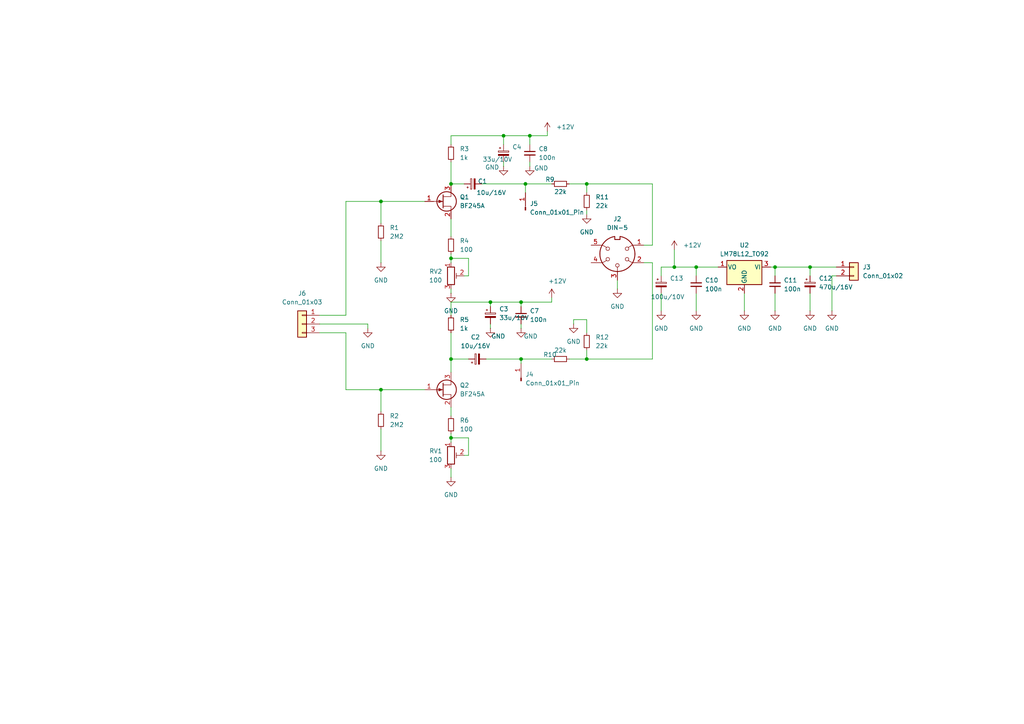
<source format=kicad_sch>
(kicad_sch
	(version 20250114)
	(generator "eeschema")
	(generator_version "9.0")
	(uuid "2bf2bc30-e48e-4bc1-a060-8e04057bb6a7")
	(paper "A4")
	(lib_symbols
		(symbol "Connector:Conn_01x01_Pin"
			(pin_names
				(offset 1.016)
				(hide yes)
			)
			(exclude_from_sim no)
			(in_bom yes)
			(on_board yes)
			(property "Reference" "J"
				(at 0 2.54 0)
				(effects
					(font
						(size 1.27 1.27)
					)
				)
			)
			(property "Value" "Conn_01x01_Pin"
				(at 0 -2.54 0)
				(effects
					(font
						(size 1.27 1.27)
					)
				)
			)
			(property "Footprint" ""
				(at 0 0 0)
				(effects
					(font
						(size 1.27 1.27)
					)
					(hide yes)
				)
			)
			(property "Datasheet" "~"
				(at 0 0 0)
				(effects
					(font
						(size 1.27 1.27)
					)
					(hide yes)
				)
			)
			(property "Description" "Generic connector, single row, 01x01, script generated"
				(at 0 0 0)
				(effects
					(font
						(size 1.27 1.27)
					)
					(hide yes)
				)
			)
			(property "ki_locked" ""
				(at 0 0 0)
				(effects
					(font
						(size 1.27 1.27)
					)
				)
			)
			(property "ki_keywords" "connector"
				(at 0 0 0)
				(effects
					(font
						(size 1.27 1.27)
					)
					(hide yes)
				)
			)
			(property "ki_fp_filters" "Connector*:*_1x??_*"
				(at 0 0 0)
				(effects
					(font
						(size 1.27 1.27)
					)
					(hide yes)
				)
			)
			(symbol "Conn_01x01_Pin_1_1"
				(rectangle
					(start 0.8636 0.127)
					(end 0 -0.127)
					(stroke
						(width 0.1524)
						(type default)
					)
					(fill
						(type outline)
					)
				)
				(polyline
					(pts
						(xy 1.27 0) (xy 0.8636 0)
					)
					(stroke
						(width 0.1524)
						(type default)
					)
					(fill
						(type none)
					)
				)
				(pin passive line
					(at 5.08 0 180)
					(length 3.81)
					(name "Pin_1"
						(effects
							(font
								(size 1.27 1.27)
							)
						)
					)
					(number "1"
						(effects
							(font
								(size 1.27 1.27)
							)
						)
					)
				)
			)
			(embedded_fonts no)
		)
		(symbol "Connector:DIN-5"
			(pin_names
				(offset 1.016)
			)
			(exclude_from_sim no)
			(in_bom yes)
			(on_board yes)
			(property "Reference" "J"
				(at 3.175 5.715 0)
				(effects
					(font
						(size 1.27 1.27)
					)
				)
			)
			(property "Value" "DIN-5"
				(at 0 -6.35 0)
				(effects
					(font
						(size 1.27 1.27)
					)
				)
			)
			(property "Footprint" ""
				(at 0 0 0)
				(effects
					(font
						(size 1.27 1.27)
					)
					(hide yes)
				)
			)
			(property "Datasheet" "http://www.mouser.com/ds/2/18/40_c091_abd_e-75918.pdf"
				(at 0 0 0)
				(effects
					(font
						(size 1.27 1.27)
					)
					(hide yes)
				)
			)
			(property "Description" "5-pin DIN connector"
				(at 0 0 0)
				(effects
					(font
						(size 1.27 1.27)
					)
					(hide yes)
				)
			)
			(property "ki_keywords" "circular DIN connector"
				(at 0 0 0)
				(effects
					(font
						(size 1.27 1.27)
					)
					(hide yes)
				)
			)
			(property "ki_fp_filters" "DIN*"
				(at 0 0 0)
				(effects
					(font
						(size 1.27 1.27)
					)
					(hide yes)
				)
			)
			(symbol "DIN-5_0_1"
				(polyline
					(pts
						(xy -5.08 2.54) (xy -4.318 2.54) (xy -3.175 1.905)
					)
					(stroke
						(width 0)
						(type default)
					)
					(fill
						(type none)
					)
				)
				(polyline
					(pts
						(xy -5.08 -2.54) (xy -4.318 -2.54) (xy -3.175 -1.905)
					)
					(stroke
						(width 0)
						(type default)
					)
					(fill
						(type none)
					)
				)
				(circle
					(center -2.794 1.524)
					(radius 0.508)
					(stroke
						(width 0)
						(type default)
					)
					(fill
						(type none)
					)
				)
				(circle
					(center -2.794 -1.524)
					(radius 0.508)
					(stroke
						(width 0)
						(type default)
					)
					(fill
						(type none)
					)
				)
				(polyline
					(pts
						(xy -0.762 -4.953) (xy -0.762 -4.191) (xy 0.762 -4.191) (xy 0.762 -4.953)
					)
					(stroke
						(width 0.254)
						(type default)
					)
					(fill
						(type none)
					)
				)
				(arc
					(start 5.08 0)
					(mid 3.8673 -3.3444)
					(end 0.762 -5.08)
					(stroke
						(width 0.254)
						(type default)
					)
					(fill
						(type none)
					)
				)
				(polyline
					(pts
						(xy 0 5.08) (xy 0 3.81)
					)
					(stroke
						(width 0)
						(type default)
					)
					(fill
						(type none)
					)
				)
				(circle
					(center 0 3.302)
					(radius 0.508)
					(stroke
						(width 0)
						(type default)
					)
					(fill
						(type none)
					)
				)
				(arc
					(start -5.08 0)
					(mid 0 5.0579)
					(end 5.08 0)
					(stroke
						(width 0.254)
						(type default)
					)
					(fill
						(type none)
					)
				)
				(arc
					(start -0.762 -5.08)
					(mid -3.8597 -3.3379)
					(end -5.08 0)
					(stroke
						(width 0.254)
						(type default)
					)
					(fill
						(type none)
					)
				)
				(circle
					(center 2.794 1.524)
					(radius 0.508)
					(stroke
						(width 0)
						(type default)
					)
					(fill
						(type none)
					)
				)
				(circle
					(center 2.794 -1.524)
					(radius 0.508)
					(stroke
						(width 0)
						(type default)
					)
					(fill
						(type none)
					)
				)
				(polyline
					(pts
						(xy 5.08 2.54) (xy 4.318 2.54) (xy 3.175 1.905)
					)
					(stroke
						(width 0)
						(type default)
					)
					(fill
						(type none)
					)
				)
				(polyline
					(pts
						(xy 5.08 -2.54) (xy 4.318 -2.54) (xy 3.175 -1.905)
					)
					(stroke
						(width 0)
						(type default)
					)
					(fill
						(type none)
					)
				)
			)
			(symbol "DIN-5_1_1"
				(pin passive line
					(at -7.62 2.54 0)
					(length 2.54)
					(name "~"
						(effects
							(font
								(size 1.27 1.27)
							)
						)
					)
					(number "2"
						(effects
							(font
								(size 1.27 1.27)
							)
						)
					)
				)
				(pin passive line
					(at -7.62 -2.54 0)
					(length 2.54)
					(name "~"
						(effects
							(font
								(size 1.27 1.27)
							)
						)
					)
					(number "1"
						(effects
							(font
								(size 1.27 1.27)
							)
						)
					)
				)
				(pin passive line
					(at 0 7.62 270)
					(length 2.54)
					(name "~"
						(effects
							(font
								(size 1.27 1.27)
							)
						)
					)
					(number "3"
						(effects
							(font
								(size 1.27 1.27)
							)
						)
					)
				)
				(pin passive line
					(at 7.62 2.54 180)
					(length 2.54)
					(name "~"
						(effects
							(font
								(size 1.27 1.27)
							)
						)
					)
					(number "4"
						(effects
							(font
								(size 1.27 1.27)
							)
						)
					)
				)
				(pin passive line
					(at 7.62 -2.54 180)
					(length 2.54)
					(name "~"
						(effects
							(font
								(size 1.27 1.27)
							)
						)
					)
					(number "5"
						(effects
							(font
								(size 1.27 1.27)
							)
						)
					)
				)
			)
			(embedded_fonts no)
		)
		(symbol "Connector_Generic:Conn_01x02"
			(pin_names
				(offset 1.016)
				(hide yes)
			)
			(exclude_from_sim no)
			(in_bom yes)
			(on_board yes)
			(property "Reference" "J"
				(at 0 2.54 0)
				(effects
					(font
						(size 1.27 1.27)
					)
				)
			)
			(property "Value" "Conn_01x02"
				(at 0 -5.08 0)
				(effects
					(font
						(size 1.27 1.27)
					)
				)
			)
			(property "Footprint" ""
				(at 0 0 0)
				(effects
					(font
						(size 1.27 1.27)
					)
					(hide yes)
				)
			)
			(property "Datasheet" "~"
				(at 0 0 0)
				(effects
					(font
						(size 1.27 1.27)
					)
					(hide yes)
				)
			)
			(property "Description" "Generic connector, single row, 01x02, script generated (kicad-library-utils/schlib/autogen/connector/)"
				(at 0 0 0)
				(effects
					(font
						(size 1.27 1.27)
					)
					(hide yes)
				)
			)
			(property "ki_keywords" "connector"
				(at 0 0 0)
				(effects
					(font
						(size 1.27 1.27)
					)
					(hide yes)
				)
			)
			(property "ki_fp_filters" "Connector*:*_1x??_*"
				(at 0 0 0)
				(effects
					(font
						(size 1.27 1.27)
					)
					(hide yes)
				)
			)
			(symbol "Conn_01x02_1_1"
				(rectangle
					(start -1.27 1.27)
					(end 1.27 -3.81)
					(stroke
						(width 0.254)
						(type default)
					)
					(fill
						(type background)
					)
				)
				(rectangle
					(start -1.27 0.127)
					(end 0 -0.127)
					(stroke
						(width 0.1524)
						(type default)
					)
					(fill
						(type none)
					)
				)
				(rectangle
					(start -1.27 -2.413)
					(end 0 -2.667)
					(stroke
						(width 0.1524)
						(type default)
					)
					(fill
						(type none)
					)
				)
				(pin passive line
					(at -5.08 0 0)
					(length 3.81)
					(name "Pin_1"
						(effects
							(font
								(size 1.27 1.27)
							)
						)
					)
					(number "1"
						(effects
							(font
								(size 1.27 1.27)
							)
						)
					)
				)
				(pin passive line
					(at -5.08 -2.54 0)
					(length 3.81)
					(name "Pin_2"
						(effects
							(font
								(size 1.27 1.27)
							)
						)
					)
					(number "2"
						(effects
							(font
								(size 1.27 1.27)
							)
						)
					)
				)
			)
			(embedded_fonts no)
		)
		(symbol "Connector_Generic:Conn_01x03"
			(pin_names
				(offset 1.016)
				(hide yes)
			)
			(exclude_from_sim no)
			(in_bom yes)
			(on_board yes)
			(property "Reference" "J"
				(at 0 5.08 0)
				(effects
					(font
						(size 1.27 1.27)
					)
				)
			)
			(property "Value" "Conn_01x03"
				(at 0 -5.08 0)
				(effects
					(font
						(size 1.27 1.27)
					)
				)
			)
			(property "Footprint" ""
				(at 0 0 0)
				(effects
					(font
						(size 1.27 1.27)
					)
					(hide yes)
				)
			)
			(property "Datasheet" "~"
				(at 0 0 0)
				(effects
					(font
						(size 1.27 1.27)
					)
					(hide yes)
				)
			)
			(property "Description" "Generic connector, single row, 01x03, script generated (kicad-library-utils/schlib/autogen/connector/)"
				(at 0 0 0)
				(effects
					(font
						(size 1.27 1.27)
					)
					(hide yes)
				)
			)
			(property "ki_keywords" "connector"
				(at 0 0 0)
				(effects
					(font
						(size 1.27 1.27)
					)
					(hide yes)
				)
			)
			(property "ki_fp_filters" "Connector*:*_1x??_*"
				(at 0 0 0)
				(effects
					(font
						(size 1.27 1.27)
					)
					(hide yes)
				)
			)
			(symbol "Conn_01x03_1_1"
				(rectangle
					(start -1.27 3.81)
					(end 1.27 -3.81)
					(stroke
						(width 0.254)
						(type default)
					)
					(fill
						(type background)
					)
				)
				(rectangle
					(start -1.27 2.667)
					(end 0 2.413)
					(stroke
						(width 0.1524)
						(type default)
					)
					(fill
						(type none)
					)
				)
				(rectangle
					(start -1.27 0.127)
					(end 0 -0.127)
					(stroke
						(width 0.1524)
						(type default)
					)
					(fill
						(type none)
					)
				)
				(rectangle
					(start -1.27 -2.413)
					(end 0 -2.667)
					(stroke
						(width 0.1524)
						(type default)
					)
					(fill
						(type none)
					)
				)
				(pin passive line
					(at -5.08 2.54 0)
					(length 3.81)
					(name "Pin_1"
						(effects
							(font
								(size 1.27 1.27)
							)
						)
					)
					(number "1"
						(effects
							(font
								(size 1.27 1.27)
							)
						)
					)
				)
				(pin passive line
					(at -5.08 0 0)
					(length 3.81)
					(name "Pin_2"
						(effects
							(font
								(size 1.27 1.27)
							)
						)
					)
					(number "2"
						(effects
							(font
								(size 1.27 1.27)
							)
						)
					)
				)
				(pin passive line
					(at -5.08 -2.54 0)
					(length 3.81)
					(name "Pin_3"
						(effects
							(font
								(size 1.27 1.27)
							)
						)
					)
					(number "3"
						(effects
							(font
								(size 1.27 1.27)
							)
						)
					)
				)
			)
			(embedded_fonts no)
		)
		(symbol "Device:C_Polarized_Small"
			(pin_numbers
				(hide yes)
			)
			(pin_names
				(offset 0.254)
				(hide yes)
			)
			(exclude_from_sim no)
			(in_bom yes)
			(on_board yes)
			(property "Reference" "C"
				(at 0.254 1.778 0)
				(effects
					(font
						(size 1.27 1.27)
					)
					(justify left)
				)
			)
			(property "Value" "C_Polarized_Small"
				(at 0.254 -2.032 0)
				(effects
					(font
						(size 1.27 1.27)
					)
					(justify left)
				)
			)
			(property "Footprint" ""
				(at 0 0 0)
				(effects
					(font
						(size 1.27 1.27)
					)
					(hide yes)
				)
			)
			(property "Datasheet" "~"
				(at 0 0 0)
				(effects
					(font
						(size 1.27 1.27)
					)
					(hide yes)
				)
			)
			(property "Description" "Polarized capacitor, small symbol"
				(at 0 0 0)
				(effects
					(font
						(size 1.27 1.27)
					)
					(hide yes)
				)
			)
			(property "ki_keywords" "cap capacitor"
				(at 0 0 0)
				(effects
					(font
						(size 1.27 1.27)
					)
					(hide yes)
				)
			)
			(property "ki_fp_filters" "CP_*"
				(at 0 0 0)
				(effects
					(font
						(size 1.27 1.27)
					)
					(hide yes)
				)
			)
			(symbol "C_Polarized_Small_0_1"
				(rectangle
					(start -1.524 0.6858)
					(end 1.524 0.3048)
					(stroke
						(width 0)
						(type default)
					)
					(fill
						(type none)
					)
				)
				(rectangle
					(start -1.524 -0.3048)
					(end 1.524 -0.6858)
					(stroke
						(width 0)
						(type default)
					)
					(fill
						(type outline)
					)
				)
				(polyline
					(pts
						(xy -1.27 1.524) (xy -0.762 1.524)
					)
					(stroke
						(width 0)
						(type default)
					)
					(fill
						(type none)
					)
				)
				(polyline
					(pts
						(xy -1.016 1.27) (xy -1.016 1.778)
					)
					(stroke
						(width 0)
						(type default)
					)
					(fill
						(type none)
					)
				)
			)
			(symbol "C_Polarized_Small_1_1"
				(pin passive line
					(at 0 2.54 270)
					(length 1.8542)
					(name "~"
						(effects
							(font
								(size 1.27 1.27)
							)
						)
					)
					(number "1"
						(effects
							(font
								(size 1.27 1.27)
							)
						)
					)
				)
				(pin passive line
					(at 0 -2.54 90)
					(length 1.8542)
					(name "~"
						(effects
							(font
								(size 1.27 1.27)
							)
						)
					)
					(number "2"
						(effects
							(font
								(size 1.27 1.27)
							)
						)
					)
				)
			)
			(embedded_fonts no)
		)
		(symbol "Device:C_Small"
			(pin_numbers
				(hide yes)
			)
			(pin_names
				(offset 0.254)
				(hide yes)
			)
			(exclude_from_sim no)
			(in_bom yes)
			(on_board yes)
			(property "Reference" "C"
				(at 0.254 1.778 0)
				(effects
					(font
						(size 1.27 1.27)
					)
					(justify left)
				)
			)
			(property "Value" "C_Small"
				(at 0.254 -2.032 0)
				(effects
					(font
						(size 1.27 1.27)
					)
					(justify left)
				)
			)
			(property "Footprint" ""
				(at 0 0 0)
				(effects
					(font
						(size 1.27 1.27)
					)
					(hide yes)
				)
			)
			(property "Datasheet" "~"
				(at 0 0 0)
				(effects
					(font
						(size 1.27 1.27)
					)
					(hide yes)
				)
			)
			(property "Description" "Unpolarized capacitor, small symbol"
				(at 0 0 0)
				(effects
					(font
						(size 1.27 1.27)
					)
					(hide yes)
				)
			)
			(property "ki_keywords" "capacitor cap"
				(at 0 0 0)
				(effects
					(font
						(size 1.27 1.27)
					)
					(hide yes)
				)
			)
			(property "ki_fp_filters" "C_*"
				(at 0 0 0)
				(effects
					(font
						(size 1.27 1.27)
					)
					(hide yes)
				)
			)
			(symbol "C_Small_0_1"
				(polyline
					(pts
						(xy -1.524 0.508) (xy 1.524 0.508)
					)
					(stroke
						(width 0.3048)
						(type default)
					)
					(fill
						(type none)
					)
				)
				(polyline
					(pts
						(xy -1.524 -0.508) (xy 1.524 -0.508)
					)
					(stroke
						(width 0.3302)
						(type default)
					)
					(fill
						(type none)
					)
				)
			)
			(symbol "C_Small_1_1"
				(pin passive line
					(at 0 2.54 270)
					(length 2.032)
					(name "~"
						(effects
							(font
								(size 1.27 1.27)
							)
						)
					)
					(number "1"
						(effects
							(font
								(size 1.27 1.27)
							)
						)
					)
				)
				(pin passive line
					(at 0 -2.54 90)
					(length 2.032)
					(name "~"
						(effects
							(font
								(size 1.27 1.27)
							)
						)
					)
					(number "2"
						(effects
							(font
								(size 1.27 1.27)
							)
						)
					)
				)
			)
			(embedded_fonts no)
		)
		(symbol "Device:R_Potentiometer_Trim"
			(pin_names
				(offset 1.016)
				(hide yes)
			)
			(exclude_from_sim no)
			(in_bom yes)
			(on_board yes)
			(property "Reference" "RV"
				(at -4.445 0 90)
				(effects
					(font
						(size 1.27 1.27)
					)
				)
			)
			(property "Value" "R_Potentiometer_Trim"
				(at -2.54 0 90)
				(effects
					(font
						(size 1.27 1.27)
					)
				)
			)
			(property "Footprint" ""
				(at 0 0 0)
				(effects
					(font
						(size 1.27 1.27)
					)
					(hide yes)
				)
			)
			(property "Datasheet" "~"
				(at 0 0 0)
				(effects
					(font
						(size 1.27 1.27)
					)
					(hide yes)
				)
			)
			(property "Description" "Trim-potentiometer"
				(at 0 0 0)
				(effects
					(font
						(size 1.27 1.27)
					)
					(hide yes)
				)
			)
			(property "ki_keywords" "resistor variable trimpot trimmer"
				(at 0 0 0)
				(effects
					(font
						(size 1.27 1.27)
					)
					(hide yes)
				)
			)
			(property "ki_fp_filters" "Potentiometer*"
				(at 0 0 0)
				(effects
					(font
						(size 1.27 1.27)
					)
					(hide yes)
				)
			)
			(symbol "R_Potentiometer_Trim_0_1"
				(rectangle
					(start 1.016 2.54)
					(end -1.016 -2.54)
					(stroke
						(width 0.254)
						(type default)
					)
					(fill
						(type none)
					)
				)
				(polyline
					(pts
						(xy 1.524 0.762) (xy 1.524 -0.762)
					)
					(stroke
						(width 0)
						(type default)
					)
					(fill
						(type none)
					)
				)
				(polyline
					(pts
						(xy 2.54 0) (xy 1.524 0)
					)
					(stroke
						(width 0)
						(type default)
					)
					(fill
						(type none)
					)
				)
			)
			(symbol "R_Potentiometer_Trim_1_1"
				(pin passive line
					(at 0 3.81 270)
					(length 1.27)
					(name "1"
						(effects
							(font
								(size 1.27 1.27)
							)
						)
					)
					(number "1"
						(effects
							(font
								(size 1.27 1.27)
							)
						)
					)
				)
				(pin passive line
					(at 0 -3.81 90)
					(length 1.27)
					(name "3"
						(effects
							(font
								(size 1.27 1.27)
							)
						)
					)
					(number "3"
						(effects
							(font
								(size 1.27 1.27)
							)
						)
					)
				)
				(pin passive line
					(at 3.81 0 180)
					(length 1.27)
					(name "2"
						(effects
							(font
								(size 1.27 1.27)
							)
						)
					)
					(number "2"
						(effects
							(font
								(size 1.27 1.27)
							)
						)
					)
				)
			)
			(embedded_fonts no)
		)
		(symbol "Device:R_Small"
			(pin_numbers
				(hide yes)
			)
			(pin_names
				(offset 0.254)
				(hide yes)
			)
			(exclude_from_sim no)
			(in_bom yes)
			(on_board yes)
			(property "Reference" "R"
				(at 0.762 0.508 0)
				(effects
					(font
						(size 1.27 1.27)
					)
					(justify left)
				)
			)
			(property "Value" "R_Small"
				(at 0.762 -1.016 0)
				(effects
					(font
						(size 1.27 1.27)
					)
					(justify left)
				)
			)
			(property "Footprint" ""
				(at 0 0 0)
				(effects
					(font
						(size 1.27 1.27)
					)
					(hide yes)
				)
			)
			(property "Datasheet" "~"
				(at 0 0 0)
				(effects
					(font
						(size 1.27 1.27)
					)
					(hide yes)
				)
			)
			(property "Description" "Resistor, small symbol"
				(at 0 0 0)
				(effects
					(font
						(size 1.27 1.27)
					)
					(hide yes)
				)
			)
			(property "ki_keywords" "R resistor"
				(at 0 0 0)
				(effects
					(font
						(size 1.27 1.27)
					)
					(hide yes)
				)
			)
			(property "ki_fp_filters" "R_*"
				(at 0 0 0)
				(effects
					(font
						(size 1.27 1.27)
					)
					(hide yes)
				)
			)
			(symbol "R_Small_0_1"
				(rectangle
					(start -0.762 1.778)
					(end 0.762 -1.778)
					(stroke
						(width 0.2032)
						(type default)
					)
					(fill
						(type none)
					)
				)
			)
			(symbol "R_Small_1_1"
				(pin passive line
					(at 0 2.54 270)
					(length 0.762)
					(name "~"
						(effects
							(font
								(size 1.27 1.27)
							)
						)
					)
					(number "1"
						(effects
							(font
								(size 1.27 1.27)
							)
						)
					)
				)
				(pin passive line
					(at 0 -2.54 90)
					(length 0.762)
					(name "~"
						(effects
							(font
								(size 1.27 1.27)
							)
						)
					)
					(number "2"
						(effects
							(font
								(size 1.27 1.27)
							)
						)
					)
				)
			)
			(embedded_fonts no)
		)
		(symbol "Regulator_Linear:LM78L12_TO92"
			(pin_names
				(offset 0.254)
			)
			(exclude_from_sim no)
			(in_bom yes)
			(on_board yes)
			(property "Reference" "U"
				(at -3.81 3.175 0)
				(effects
					(font
						(size 1.27 1.27)
					)
				)
			)
			(property "Value" "LM78L12_TO92"
				(at 0 3.175 0)
				(effects
					(font
						(size 1.27 1.27)
					)
					(justify left)
				)
			)
			(property "Footprint" "Package_TO_SOT_THT:TO-92_Inline"
				(at 0 5.715 0)
				(effects
					(font
						(size 1.27 1.27)
						(italic yes)
					)
					(hide yes)
				)
			)
			(property "Datasheet" "https://www.onsemi.com/pub/Collateral/MC78L06A-D.pdf"
				(at 0 -1.27 0)
				(effects
					(font
						(size 1.27 1.27)
					)
					(hide yes)
				)
			)
			(property "Description" "Positive 100mA 30V Linear Regulator, Fixed Output 12V, TO-92"
				(at 0 0 0)
				(effects
					(font
						(size 1.27 1.27)
					)
					(hide yes)
				)
			)
			(property "ki_keywords" "Voltage Regulator 100mA Positive"
				(at 0 0 0)
				(effects
					(font
						(size 1.27 1.27)
					)
					(hide yes)
				)
			)
			(property "ki_fp_filters" "TO?92*"
				(at 0 0 0)
				(effects
					(font
						(size 1.27 1.27)
					)
					(hide yes)
				)
			)
			(symbol "LM78L12_TO92_0_1"
				(rectangle
					(start -5.08 -5.08)
					(end 5.08 1.905)
					(stroke
						(width 0.254)
						(type default)
					)
					(fill
						(type background)
					)
				)
			)
			(symbol "LM78L12_TO92_1_1"
				(pin power_in line
					(at -7.62 0 0)
					(length 2.54)
					(name "VI"
						(effects
							(font
								(size 1.27 1.27)
							)
						)
					)
					(number "3"
						(effects
							(font
								(size 1.27 1.27)
							)
						)
					)
				)
				(pin power_in line
					(at 0 -7.62 90)
					(length 2.54)
					(name "GND"
						(effects
							(font
								(size 1.27 1.27)
							)
						)
					)
					(number "2"
						(effects
							(font
								(size 1.27 1.27)
							)
						)
					)
				)
				(pin power_out line
					(at 7.62 0 180)
					(length 2.54)
					(name "VO"
						(effects
							(font
								(size 1.27 1.27)
							)
						)
					)
					(number "1"
						(effects
							(font
								(size 1.27 1.27)
							)
						)
					)
				)
			)
			(embedded_fonts no)
		)
		(symbol "Transistor_FET:BF245A"
			(pin_names
				(hide yes)
			)
			(exclude_from_sim no)
			(in_bom yes)
			(on_board yes)
			(property "Reference" "Q"
				(at 5.08 1.905 0)
				(effects
					(font
						(size 1.27 1.27)
					)
					(justify left)
				)
			)
			(property "Value" "BF245A"
				(at 5.08 0 0)
				(effects
					(font
						(size 1.27 1.27)
					)
					(justify left)
				)
			)
			(property "Footprint" "Package_TO_SOT_THT:TO-92_Inline"
				(at 5.08 -1.905 0)
				(effects
					(font
						(size 1.27 1.27)
						(italic yes)
					)
					(justify left)
					(hide yes)
				)
			)
			(property "Datasheet" "https://www.onsemi.com/pub/Collateral/BF245A-D.PDF"
				(at 5.08 -3.81 0)
				(effects
					(font
						(size 1.27 1.27)
					)
					(justify left)
					(hide yes)
				)
			)
			(property "Description" "50mA Id, 30V Vgs, N-Channel FET Transistor, TO-92"
				(at 0 0 0)
				(effects
					(font
						(size 1.27 1.27)
					)
					(hide yes)
				)
			)
			(property "ki_keywords" "N-Channel FET Transistor Low Voltage"
				(at 0 0 0)
				(effects
					(font
						(size 1.27 1.27)
					)
					(hide yes)
				)
			)
			(property "ki_fp_filters" "TO?92*"
				(at 0 0 0)
				(effects
					(font
						(size 1.27 1.27)
					)
					(hide yes)
				)
			)
			(symbol "BF245A_0_1"
				(polyline
					(pts
						(xy 0 0) (xy -1.016 0.381) (xy -1.016 -0.381) (xy 0 0)
					)
					(stroke
						(width 0)
						(type default)
					)
					(fill
						(type outline)
					)
				)
				(polyline
					(pts
						(xy 0.254 1.905) (xy 0.254 -1.905)
					)
					(stroke
						(width 0.254)
						(type default)
					)
					(fill
						(type none)
					)
				)
				(polyline
					(pts
						(xy 0.254 0) (xy -2.54 0)
					)
					(stroke
						(width 0)
						(type default)
					)
					(fill
						(type none)
					)
				)
				(circle
					(center 1.27 0)
					(radius 2.8194)
					(stroke
						(width 0.254)
						(type default)
					)
					(fill
						(type none)
					)
				)
				(polyline
					(pts
						(xy 2.54 2.54) (xy 2.54 1.397) (xy 0.254 1.397)
					)
					(stroke
						(width 0)
						(type default)
					)
					(fill
						(type none)
					)
				)
				(polyline
					(pts
						(xy 2.54 -2.54) (xy 2.54 -1.397) (xy 0.254 -1.397)
					)
					(stroke
						(width 0)
						(type default)
					)
					(fill
						(type none)
					)
				)
			)
			(symbol "BF245A_1_1"
				(pin input line
					(at -5.08 0 0)
					(length 2.54)
					(name "G"
						(effects
							(font
								(size 1.27 1.27)
							)
						)
					)
					(number "1"
						(effects
							(font
								(size 1.27 1.27)
							)
						)
					)
				)
				(pin passive line
					(at 2.54 5.08 270)
					(length 2.54)
					(name "D"
						(effects
							(font
								(size 1.27 1.27)
							)
						)
					)
					(number "3"
						(effects
							(font
								(size 1.27 1.27)
							)
						)
					)
				)
				(pin passive line
					(at 2.54 -5.08 90)
					(length 2.54)
					(name "S"
						(effects
							(font
								(size 1.27 1.27)
							)
						)
					)
					(number "2"
						(effects
							(font
								(size 1.27 1.27)
							)
						)
					)
				)
			)
			(embedded_fonts no)
		)
		(symbol "power:+8V"
			(power)
			(pin_numbers
				(hide yes)
			)
			(pin_names
				(offset 0)
				(hide yes)
			)
			(exclude_from_sim no)
			(in_bom yes)
			(on_board yes)
			(property "Reference" "#PWR"
				(at 0 -3.81 0)
				(effects
					(font
						(size 1.27 1.27)
					)
					(hide yes)
				)
			)
			(property "Value" "+8V"
				(at 0 3.556 0)
				(effects
					(font
						(size 1.27 1.27)
					)
				)
			)
			(property "Footprint" ""
				(at 0 0 0)
				(effects
					(font
						(size 1.27 1.27)
					)
					(hide yes)
				)
			)
			(property "Datasheet" ""
				(at 0 0 0)
				(effects
					(font
						(size 1.27 1.27)
					)
					(hide yes)
				)
			)
			(property "Description" "Power symbol creates a global label with name \"+8V\""
				(at 0 0 0)
				(effects
					(font
						(size 1.27 1.27)
					)
					(hide yes)
				)
			)
			(property "ki_keywords" "global power"
				(at 0 0 0)
				(effects
					(font
						(size 1.27 1.27)
					)
					(hide yes)
				)
			)
			(symbol "+8V_0_1"
				(polyline
					(pts
						(xy -0.762 1.27) (xy 0 2.54)
					)
					(stroke
						(width 0)
						(type default)
					)
					(fill
						(type none)
					)
				)
				(polyline
					(pts
						(xy 0 2.54) (xy 0.762 1.27)
					)
					(stroke
						(width 0)
						(type default)
					)
					(fill
						(type none)
					)
				)
				(polyline
					(pts
						(xy 0 0) (xy 0 2.54)
					)
					(stroke
						(width 0)
						(type default)
					)
					(fill
						(type none)
					)
				)
			)
			(symbol "+8V_1_1"
				(pin power_in line
					(at 0 0 90)
					(length 0)
					(name "~"
						(effects
							(font
								(size 1.27 1.27)
							)
						)
					)
					(number "1"
						(effects
							(font
								(size 1.27 1.27)
							)
						)
					)
				)
			)
			(embedded_fonts no)
		)
		(symbol "power:GND"
			(power)
			(pin_numbers
				(hide yes)
			)
			(pin_names
				(offset 0)
				(hide yes)
			)
			(exclude_from_sim no)
			(in_bom yes)
			(on_board yes)
			(property "Reference" "#PWR"
				(at 0 -6.35 0)
				(effects
					(font
						(size 1.27 1.27)
					)
					(hide yes)
				)
			)
			(property "Value" "GND"
				(at 0 -3.81 0)
				(effects
					(font
						(size 1.27 1.27)
					)
				)
			)
			(property "Footprint" ""
				(at 0 0 0)
				(effects
					(font
						(size 1.27 1.27)
					)
					(hide yes)
				)
			)
			(property "Datasheet" ""
				(at 0 0 0)
				(effects
					(font
						(size 1.27 1.27)
					)
					(hide yes)
				)
			)
			(property "Description" "Power symbol creates a global label with name \"GND\" , ground"
				(at 0 0 0)
				(effects
					(font
						(size 1.27 1.27)
					)
					(hide yes)
				)
			)
			(property "ki_keywords" "global power"
				(at 0 0 0)
				(effects
					(font
						(size 1.27 1.27)
					)
					(hide yes)
				)
			)
			(symbol "GND_0_1"
				(polyline
					(pts
						(xy 0 0) (xy 0 -1.27) (xy 1.27 -1.27) (xy 0 -2.54) (xy -1.27 -1.27) (xy 0 -1.27)
					)
					(stroke
						(width 0)
						(type default)
					)
					(fill
						(type none)
					)
				)
			)
			(symbol "GND_1_1"
				(pin power_in line
					(at 0 0 270)
					(length 0)
					(name "~"
						(effects
							(font
								(size 1.27 1.27)
							)
						)
					)
					(number "1"
						(effects
							(font
								(size 1.27 1.27)
							)
						)
					)
				)
			)
			(embedded_fonts no)
		)
	)
	(junction
		(at 142.24 87.63)
		(diameter 0)
		(color 0 0 0 0)
		(uuid "0178fb0a-0049-4a2b-a9d8-3b0ca825bf99")
	)
	(junction
		(at 152.4 53.34)
		(diameter 0)
		(color 0 0 0 0)
		(uuid "1f2b13b6-9c27-4bf2-b01c-50f69aeb1ae6")
	)
	(junction
		(at 130.81 104.14)
		(diameter 0)
		(color 0 0 0 0)
		(uuid "239af83a-239e-4f7d-ac04-756f4f003af8")
	)
	(junction
		(at 110.49 58.42)
		(diameter 0)
		(color 0 0 0 0)
		(uuid "248a9b12-fc08-4336-a0c3-5f30fd352d2e")
	)
	(junction
		(at 130.81 127)
		(diameter 0)
		(color 0 0 0 0)
		(uuid "2afea229-9405-429d-9234-19e350c46b87")
	)
	(junction
		(at 195.58 77.47)
		(diameter 0)
		(color 0 0 0 0)
		(uuid "3df35c50-96c2-4f21-a72c-509229e749d3")
	)
	(junction
		(at 201.93 77.47)
		(diameter 0)
		(color 0 0 0 0)
		(uuid "3f427538-8715-447e-bf55-af5d2274752d")
	)
	(junction
		(at 151.13 87.63)
		(diameter 0)
		(color 0 0 0 0)
		(uuid "59a37ec8-ccf4-47c2-8e65-e91931f2cfe9")
	)
	(junction
		(at 170.18 104.14)
		(diameter 0)
		(color 0 0 0 0)
		(uuid "5fa8d45b-36c0-4e57-af1d-7409974b5f34")
	)
	(junction
		(at 170.18 53.34)
		(diameter 0)
		(color 0 0 0 0)
		(uuid "61df4e8e-944d-46a9-a41d-067dad161785")
	)
	(junction
		(at 130.81 74.93)
		(diameter 0)
		(color 0 0 0 0)
		(uuid "7c99d00e-18fe-4f72-8fe7-cc5835f33faf")
	)
	(junction
		(at 151.13 104.14)
		(diameter 0)
		(color 0 0 0 0)
		(uuid "875b29e5-3e13-47c3-96b3-d5e55833d774")
	)
	(junction
		(at 110.49 113.03)
		(diameter 0)
		(color 0 0 0 0)
		(uuid "9d487a7e-9ee7-477d-a90c-3292db245010")
	)
	(junction
		(at 224.79 77.47)
		(diameter 0)
		(color 0 0 0 0)
		(uuid "aa302a1d-bc85-4738-b291-138a0b71770c")
	)
	(junction
		(at 153.67 39.37)
		(diameter 0)
		(color 0 0 0 0)
		(uuid "b16bfd5c-a287-479f-a1a6-bccbd6abbc8a")
	)
	(junction
		(at 130.81 53.34)
		(diameter 0)
		(color 0 0 0 0)
		(uuid "c6bcbf50-8991-470c-98c0-8341db2304bd")
	)
	(junction
		(at 146.05 39.37)
		(diameter 0)
		(color 0 0 0 0)
		(uuid "ddd38c31-22e5-4f27-b70c-4d82fc4d8b1a")
	)
	(junction
		(at 234.95 77.47)
		(diameter 0)
		(color 0 0 0 0)
		(uuid "f13df85d-0086-4fef-a501-a4549d0bf7e3")
	)
	(wire
		(pts
			(xy 92.71 96.52) (xy 100.33 96.52)
		)
		(stroke
			(width 0)
			(type default)
		)
		(uuid "0046d47f-c910-4719-ba66-d16aeb78fba7")
	)
	(wire
		(pts
			(xy 135.89 127) (xy 130.81 127)
		)
		(stroke
			(width 0)
			(type default)
		)
		(uuid "02e10835-a22f-4be9-9af7-0972bb10c5c0")
	)
	(wire
		(pts
			(xy 130.81 73.66) (xy 130.81 74.93)
		)
		(stroke
			(width 0)
			(type default)
		)
		(uuid "03b14ace-2a1a-417d-be5d-53a70caaef73")
	)
	(wire
		(pts
			(xy 130.81 91.44) (xy 130.81 87.63)
		)
		(stroke
			(width 0)
			(type default)
		)
		(uuid "0c7bd46c-1a1e-4ca7-8a7e-d66daa7f9468")
	)
	(wire
		(pts
			(xy 110.49 113.03) (xy 110.49 119.38)
		)
		(stroke
			(width 0)
			(type default)
		)
		(uuid "102375de-a458-4243-b4ed-ee5caffc5257")
	)
	(wire
		(pts
			(xy 135.89 80.01) (xy 135.89 74.93)
		)
		(stroke
			(width 0)
			(type default)
		)
		(uuid "123c3f09-eeca-4e22-b62b-bfa7113c11a4")
	)
	(wire
		(pts
			(xy 130.81 127) (xy 130.81 128.27)
		)
		(stroke
			(width 0)
			(type default)
		)
		(uuid "126dce78-5db5-4e0e-bed7-be4704e63cf1")
	)
	(wire
		(pts
			(xy 160.02 86.36) (xy 160.02 87.63)
		)
		(stroke
			(width 0)
			(type default)
		)
		(uuid "13b1a18a-146b-4a5d-abc0-3cbc5b26b269")
	)
	(wire
		(pts
			(xy 100.33 113.03) (xy 110.49 113.03)
		)
		(stroke
			(width 0)
			(type default)
		)
		(uuid "14337c41-4cd3-475b-98ec-6329babbe00c")
	)
	(wire
		(pts
			(xy 135.89 132.08) (xy 135.89 127)
		)
		(stroke
			(width 0)
			(type default)
		)
		(uuid "19281832-bd50-4a17-93c4-6aef3441adcf")
	)
	(wire
		(pts
			(xy 166.37 93.98) (xy 166.37 92.71)
		)
		(stroke
			(width 0)
			(type default)
		)
		(uuid "1ded2f50-7049-41b1-ae9b-5c6628fc7c90")
	)
	(wire
		(pts
			(xy 241.3 80.01) (xy 242.57 80.01)
		)
		(stroke
			(width 0)
			(type default)
		)
		(uuid "1ea58160-ce9f-4384-8cee-a792a07e2ede")
	)
	(wire
		(pts
			(xy 151.13 104.14) (xy 140.97 104.14)
		)
		(stroke
			(width 0)
			(type default)
		)
		(uuid "1f15d707-07db-4d0c-9073-3e7308a04492")
	)
	(wire
		(pts
			(xy 153.67 39.37) (xy 158.75 39.37)
		)
		(stroke
			(width 0)
			(type default)
		)
		(uuid "24017736-e262-4833-8c1a-a958d8666bf0")
	)
	(wire
		(pts
			(xy 146.05 39.37) (xy 153.67 39.37)
		)
		(stroke
			(width 0)
			(type default)
		)
		(uuid "264ce07b-fab2-4db1-81d6-a784e2f77cd5")
	)
	(wire
		(pts
			(xy 153.67 39.37) (xy 153.67 41.91)
		)
		(stroke
			(width 0)
			(type default)
		)
		(uuid "2926b260-f28a-42db-a40d-1bba091f4cff")
	)
	(wire
		(pts
			(xy 170.18 60.96) (xy 170.18 62.23)
		)
		(stroke
			(width 0)
			(type default)
		)
		(uuid "2d37b10f-e31d-4118-8b66-a548648f21b9")
	)
	(wire
		(pts
			(xy 170.18 53.34) (xy 165.1 53.34)
		)
		(stroke
			(width 0)
			(type default)
		)
		(uuid "345be8f0-852d-4f75-bcc3-312d0b9c2701")
	)
	(wire
		(pts
			(xy 130.81 135.89) (xy 130.81 138.43)
		)
		(stroke
			(width 0)
			(type default)
		)
		(uuid "36bac45e-11cb-401d-98bd-4ce683f5623f")
	)
	(wire
		(pts
			(xy 201.93 77.47) (xy 195.58 77.47)
		)
		(stroke
			(width 0)
			(type default)
		)
		(uuid "37d6c0f2-052f-4793-94bc-71cffe3b2e42")
	)
	(wire
		(pts
			(xy 134.62 53.34) (xy 130.81 53.34)
		)
		(stroke
			(width 0)
			(type default)
		)
		(uuid "38a2dbef-0fbc-409b-ae56-2a7830c0b0f9")
	)
	(wire
		(pts
			(xy 215.9 85.09) (xy 215.9 90.17)
		)
		(stroke
			(width 0)
			(type default)
		)
		(uuid "38c2928b-7677-47d2-845c-f76c8a07ff01")
	)
	(wire
		(pts
			(xy 189.23 53.34) (xy 170.18 53.34)
		)
		(stroke
			(width 0)
			(type default)
		)
		(uuid "3975293f-a4de-4d07-ad11-44d27ae98259")
	)
	(wire
		(pts
			(xy 123.19 58.42) (xy 110.49 58.42)
		)
		(stroke
			(width 0)
			(type default)
		)
		(uuid "3a309d2d-2e6b-4537-882b-e0e25d8fee15")
	)
	(wire
		(pts
			(xy 134.62 80.01) (xy 135.89 80.01)
		)
		(stroke
			(width 0)
			(type default)
		)
		(uuid "3d41519c-e87b-4778-9730-9c0ce1c7e772")
	)
	(wire
		(pts
			(xy 170.18 104.14) (xy 165.1 104.14)
		)
		(stroke
			(width 0)
			(type default)
		)
		(uuid "428e06df-5855-4e4f-9589-cf1d208f08d6")
	)
	(wire
		(pts
			(xy 234.95 80.01) (xy 234.95 77.47)
		)
		(stroke
			(width 0)
			(type default)
		)
		(uuid "46c53634-94d1-4ef2-b030-19d26fd81bc9")
	)
	(wire
		(pts
			(xy 223.52 77.47) (xy 224.79 77.47)
		)
		(stroke
			(width 0)
			(type default)
		)
		(uuid "49053e5c-d18e-4b55-99a8-4668d013debd")
	)
	(wire
		(pts
			(xy 160.02 53.34) (xy 152.4 53.34)
		)
		(stroke
			(width 0)
			(type default)
		)
		(uuid "4a3e957e-1e4a-4472-bed1-9b4018ca4026")
	)
	(wire
		(pts
			(xy 153.67 46.99) (xy 153.67 48.26)
		)
		(stroke
			(width 0)
			(type default)
		)
		(uuid "4c4b19c2-7994-43fe-81d4-46571679a421")
	)
	(wire
		(pts
			(xy 92.71 91.44) (xy 100.33 91.44)
		)
		(stroke
			(width 0)
			(type default)
		)
		(uuid "4f9c3361-c4a8-45a0-b559-6c4c6411c386")
	)
	(wire
		(pts
			(xy 130.81 39.37) (xy 146.05 39.37)
		)
		(stroke
			(width 0)
			(type default)
		)
		(uuid "51130b07-98b3-4b67-9e49-d7caf95b8bb6")
	)
	(wire
		(pts
			(xy 100.33 91.44) (xy 100.33 58.42)
		)
		(stroke
			(width 0)
			(type default)
		)
		(uuid "556a8649-4fa0-4d01-90f6-028a1eb5356f")
	)
	(wire
		(pts
			(xy 151.13 104.14) (xy 151.13 105.41)
		)
		(stroke
			(width 0)
			(type default)
		)
		(uuid "5742bf57-00e2-4aec-a3cf-0f0604b5352a")
	)
	(wire
		(pts
			(xy 142.24 87.63) (xy 142.24 88.9)
		)
		(stroke
			(width 0)
			(type default)
		)
		(uuid "590d5601-44b6-4ef8-a876-f59ad28465b2")
	)
	(wire
		(pts
			(xy 130.81 87.63) (xy 142.24 87.63)
		)
		(stroke
			(width 0)
			(type default)
		)
		(uuid "5a7a2060-b510-444c-bb13-863a0d9dd4c8")
	)
	(wire
		(pts
			(xy 151.13 93.98) (xy 151.13 95.25)
		)
		(stroke
			(width 0)
			(type default)
		)
		(uuid "5abc4633-20f9-46be-aaa5-9db4b24b002c")
	)
	(wire
		(pts
			(xy 151.13 87.63) (xy 151.13 88.9)
		)
		(stroke
			(width 0)
			(type default)
		)
		(uuid "5c3c3963-e0f2-444b-9373-d1334b34ea08")
	)
	(wire
		(pts
			(xy 106.68 93.98) (xy 106.68 95.25)
		)
		(stroke
			(width 0)
			(type default)
		)
		(uuid "5c88fc91-5b84-4f3f-b515-71357d88e16a")
	)
	(wire
		(pts
			(xy 201.93 77.47) (xy 201.93 80.01)
		)
		(stroke
			(width 0)
			(type default)
		)
		(uuid "5fd5de1f-0629-4b34-8628-76053cbd6f11")
	)
	(wire
		(pts
			(xy 130.81 104.14) (xy 130.81 107.95)
		)
		(stroke
			(width 0)
			(type default)
		)
		(uuid "62ebbade-8812-4c2c-a887-102663e49167")
	)
	(wire
		(pts
			(xy 158.75 39.37) (xy 158.75 38.1)
		)
		(stroke
			(width 0)
			(type default)
		)
		(uuid "642a1658-84e2-41fd-af84-a8f48ef4dace")
	)
	(wire
		(pts
			(xy 191.77 77.47) (xy 195.58 77.47)
		)
		(stroke
			(width 0)
			(type default)
		)
		(uuid "6c00d044-3457-4631-8fd0-d1afe8f3220a")
	)
	(wire
		(pts
			(xy 142.24 87.63) (xy 151.13 87.63)
		)
		(stroke
			(width 0)
			(type default)
		)
		(uuid "6c6a7fa4-77b8-413f-bdf6-15681e3f7d5b")
	)
	(wire
		(pts
			(xy 189.23 76.2) (xy 186.69 76.2)
		)
		(stroke
			(width 0)
			(type default)
		)
		(uuid "6edc1560-496b-4cba-b886-2606063415ae")
	)
	(wire
		(pts
			(xy 234.95 77.47) (xy 242.57 77.47)
		)
		(stroke
			(width 0)
			(type default)
		)
		(uuid "70b2a4d7-b362-453a-a333-4db3c3d12f22")
	)
	(wire
		(pts
			(xy 92.71 93.98) (xy 106.68 93.98)
		)
		(stroke
			(width 0)
			(type default)
		)
		(uuid "70b65506-79f0-493e-b6b6-38a8719a3aef")
	)
	(wire
		(pts
			(xy 224.79 77.47) (xy 234.95 77.47)
		)
		(stroke
			(width 0)
			(type default)
		)
		(uuid "7190f43a-5cac-4f87-8742-2c6a1b5df864")
	)
	(wire
		(pts
			(xy 130.81 118.11) (xy 130.81 120.65)
		)
		(stroke
			(width 0)
			(type default)
		)
		(uuid "81044341-85bd-424c-b89c-bc81682869de")
	)
	(wire
		(pts
			(xy 130.81 96.52) (xy 130.81 104.14)
		)
		(stroke
			(width 0)
			(type default)
		)
		(uuid "8147ceb3-bf74-4e7d-85d4-243b0c2660f8")
	)
	(wire
		(pts
			(xy 110.49 69.85) (xy 110.49 76.2)
		)
		(stroke
			(width 0)
			(type default)
		)
		(uuid "86516f8a-2e5b-4aab-9d13-3cf7a7fcea7a")
	)
	(wire
		(pts
			(xy 152.4 53.34) (xy 139.7 53.34)
		)
		(stroke
			(width 0)
			(type default)
		)
		(uuid "8897d86a-b4bc-4679-b150-fb1e7f8c6e4a")
	)
	(wire
		(pts
			(xy 170.18 92.71) (xy 170.18 96.52)
		)
		(stroke
			(width 0)
			(type default)
		)
		(uuid "93056fc1-1ccc-49e0-8803-e4ce4bf7cbf7")
	)
	(wire
		(pts
			(xy 130.81 74.93) (xy 130.81 76.2)
		)
		(stroke
			(width 0)
			(type default)
		)
		(uuid "93accb28-5702-4323-bd11-154d4a1c9104")
	)
	(wire
		(pts
			(xy 170.18 101.6) (xy 170.18 104.14)
		)
		(stroke
			(width 0)
			(type default)
		)
		(uuid "99232356-050d-461a-abc8-2909d701913c")
	)
	(wire
		(pts
			(xy 142.24 93.98) (xy 142.24 95.25)
		)
		(stroke
			(width 0)
			(type default)
		)
		(uuid "9a1c4b7d-768f-42ab-b5be-5270ef6334f9")
	)
	(wire
		(pts
			(xy 170.18 53.34) (xy 170.18 55.88)
		)
		(stroke
			(width 0)
			(type default)
		)
		(uuid "9df78683-4ab1-4701-a393-dd99a622eb00")
	)
	(wire
		(pts
			(xy 146.05 46.99) (xy 146.05 48.26)
		)
		(stroke
			(width 0)
			(type default)
		)
		(uuid "9ee344f8-8875-40a0-81fd-77e6246f50cc")
	)
	(wire
		(pts
			(xy 224.79 80.01) (xy 224.79 77.47)
		)
		(stroke
			(width 0)
			(type default)
		)
		(uuid "9f72f1f2-8cd6-4843-983b-9921d4494435")
	)
	(wire
		(pts
			(xy 134.62 132.08) (xy 135.89 132.08)
		)
		(stroke
			(width 0)
			(type default)
		)
		(uuid "9fd54f7a-6e17-44e0-ae51-921050ab2f6c")
	)
	(wire
		(pts
			(xy 201.93 85.09) (xy 201.93 90.17)
		)
		(stroke
			(width 0)
			(type default)
		)
		(uuid "a101b31f-277f-4bf8-8abb-dd41bafd2c7c")
	)
	(wire
		(pts
			(xy 152.4 53.34) (xy 152.4 55.88)
		)
		(stroke
			(width 0)
			(type default)
		)
		(uuid "a682f686-2d0d-4acb-b1ef-b2a4f6abd542")
	)
	(wire
		(pts
			(xy 100.33 96.52) (xy 100.33 113.03)
		)
		(stroke
			(width 0)
			(type default)
		)
		(uuid "a7e650f9-4af9-4949-8afa-882a4f7e96ae")
	)
	(wire
		(pts
			(xy 130.81 74.93) (xy 135.89 74.93)
		)
		(stroke
			(width 0)
			(type default)
		)
		(uuid "b1ae337b-ffa9-4877-9a55-6e295505722b")
	)
	(wire
		(pts
			(xy 189.23 53.34) (xy 189.23 71.12)
		)
		(stroke
			(width 0)
			(type default)
		)
		(uuid "b5d18f51-b6de-4e2a-9936-ac4b78bf648d")
	)
	(wire
		(pts
			(xy 179.07 81.28) (xy 179.07 83.82)
		)
		(stroke
			(width 0)
			(type default)
		)
		(uuid "bca3b328-38f4-4beb-9c31-216dd3818e6f")
	)
	(wire
		(pts
			(xy 100.33 58.42) (xy 110.49 58.42)
		)
		(stroke
			(width 0)
			(type default)
		)
		(uuid "bf4d0b7b-7d59-4840-a347-4fd392e3cbe8")
	)
	(wire
		(pts
			(xy 189.23 104.14) (xy 170.18 104.14)
		)
		(stroke
			(width 0)
			(type default)
		)
		(uuid "bfe587a0-b255-4a7a-b7c6-7752a63cda68")
	)
	(wire
		(pts
			(xy 130.81 125.73) (xy 130.81 127)
		)
		(stroke
			(width 0)
			(type default)
		)
		(uuid "c12f9a99-1a08-42b9-b146-8ea56cacf1d7")
	)
	(wire
		(pts
			(xy 151.13 87.63) (xy 160.02 87.63)
		)
		(stroke
			(width 0)
			(type default)
		)
		(uuid "c48cf06f-b042-4389-9f4f-fe6c5d78883c")
	)
	(wire
		(pts
			(xy 234.95 85.09) (xy 234.95 90.17)
		)
		(stroke
			(width 0)
			(type default)
		)
		(uuid "c5f025e2-2a8b-4eaf-bef9-579ce32255c2")
	)
	(wire
		(pts
			(xy 146.05 39.37) (xy 146.05 41.91)
		)
		(stroke
			(width 0)
			(type default)
		)
		(uuid "cd4ac4f7-5bf3-4e90-8b86-0bbb9581ee92")
	)
	(wire
		(pts
			(xy 110.49 124.46) (xy 110.49 130.81)
		)
		(stroke
			(width 0)
			(type default)
		)
		(uuid "cd5f0d0a-ea4c-4989-ba74-e1e849d1f05d")
	)
	(wire
		(pts
			(xy 123.19 113.03) (xy 110.49 113.03)
		)
		(stroke
			(width 0)
			(type default)
		)
		(uuid "cddc50c3-dbf2-4a68-af4b-e77c2b30784c")
	)
	(wire
		(pts
			(xy 195.58 72.39) (xy 195.58 77.47)
		)
		(stroke
			(width 0)
			(type default)
		)
		(uuid "cdf3fb37-a4cc-4adf-822d-2d366fe7b2bf")
	)
	(wire
		(pts
			(xy 130.81 46.99) (xy 130.81 53.34)
		)
		(stroke
			(width 0)
			(type default)
		)
		(uuid "cf6f5efa-62e4-4454-b597-eae6d1da329a")
	)
	(wire
		(pts
			(xy 224.79 85.09) (xy 224.79 90.17)
		)
		(stroke
			(width 0)
			(type default)
		)
		(uuid "d19ed468-5da8-4a56-9fe9-3b888e3f150f")
	)
	(wire
		(pts
			(xy 241.3 90.17) (xy 241.3 80.01)
		)
		(stroke
			(width 0)
			(type default)
		)
		(uuid "d4c7ff4a-5a78-4dbb-a4f3-16d81f9b406b")
	)
	(wire
		(pts
			(xy 201.93 77.47) (xy 208.28 77.47)
		)
		(stroke
			(width 0)
			(type default)
		)
		(uuid "d90bd28d-538a-4952-bc13-fb415a667995")
	)
	(wire
		(pts
			(xy 191.77 80.01) (xy 191.77 77.47)
		)
		(stroke
			(width 0)
			(type default)
		)
		(uuid "e0d094f3-d4ca-45ae-ae55-5425b9a9aa6c")
	)
	(wire
		(pts
			(xy 110.49 58.42) (xy 110.49 64.77)
		)
		(stroke
			(width 0)
			(type default)
		)
		(uuid "e27cdc25-ffbf-4fa3-9f9c-690441b94a39")
	)
	(wire
		(pts
			(xy 191.77 85.09) (xy 191.77 90.17)
		)
		(stroke
			(width 0)
			(type default)
		)
		(uuid "e3d5b6e8-cc31-436b-b7e0-31ee8172a874")
	)
	(wire
		(pts
			(xy 130.81 83.82) (xy 130.81 85.09)
		)
		(stroke
			(width 0)
			(type default)
		)
		(uuid "e4e07c2d-c002-407e-b925-8305b72affe8")
	)
	(wire
		(pts
			(xy 189.23 76.2) (xy 189.23 104.14)
		)
		(stroke
			(width 0)
			(type default)
		)
		(uuid "f42c902f-3977-4c16-9e57-7b650ce2303c")
	)
	(wire
		(pts
			(xy 166.37 92.71) (xy 170.18 92.71)
		)
		(stroke
			(width 0)
			(type default)
		)
		(uuid "f5b2ee78-08f1-4059-8304-00154afa93ad")
	)
	(wire
		(pts
			(xy 130.81 41.91) (xy 130.81 39.37)
		)
		(stroke
			(width 0)
			(type default)
		)
		(uuid "f8c33a25-4cca-45e0-ba19-1f35840bab50")
	)
	(wire
		(pts
			(xy 130.81 63.5) (xy 130.81 68.58)
		)
		(stroke
			(width 0)
			(type default)
		)
		(uuid "f93fe7c3-92c9-45eb-82fe-0c162180675a")
	)
	(wire
		(pts
			(xy 189.23 71.12) (xy 186.69 71.12)
		)
		(stroke
			(width 0)
			(type default)
		)
		(uuid "fc09f13d-571e-483e-9b42-17a1fbdcf37b")
	)
	(wire
		(pts
			(xy 160.02 104.14) (xy 151.13 104.14)
		)
		(stroke
			(width 0)
			(type default)
		)
		(uuid "fcdf06e8-fbcd-4333-93cb-14c18b876811")
	)
	(wire
		(pts
			(xy 135.89 104.14) (xy 130.81 104.14)
		)
		(stroke
			(width 0)
			(type default)
		)
		(uuid "fd547708-799f-4c6e-985c-4f304cf2d967")
	)
	(symbol
		(lib_id "power:GND")
		(at 142.24 95.25 0)
		(unit 1)
		(exclude_from_sim no)
		(in_bom yes)
		(on_board yes)
		(dnp no)
		(uuid "0876bb12-c9ca-4e27-800c-cc4dfc064a59")
		(property "Reference" "#PWR06"
			(at 142.24 101.6 0)
			(effects
				(font
					(size 1.27 1.27)
				)
				(hide yes)
			)
		)
		(property "Value" "GND"
			(at 144.526 97.536 0)
			(effects
				(font
					(size 1.27 1.27)
				)
			)
		)
		(property "Footprint" ""
			(at 142.24 95.25 0)
			(effects
				(font
					(size 1.27 1.27)
				)
				(hide yes)
			)
		)
		(property "Datasheet" ""
			(at 142.24 95.25 0)
			(effects
				(font
					(size 1.27 1.27)
				)
				(hide yes)
			)
		)
		(property "Description" "Power symbol creates a global label with name \"GND\" , ground"
			(at 142.24 95.25 0)
			(effects
				(font
					(size 1.27 1.27)
				)
				(hide yes)
			)
		)
		(pin "1"
			(uuid "47f1dd84-6f99-4a00-a288-3e14059815d6")
		)
		(instances
			(project "JFET-amp-gramofon"
				(path "/2bf2bc30-e48e-4bc1-a060-8e04057bb6a7"
					(reference "#PWR06")
					(unit 1)
				)
			)
		)
	)
	(symbol
		(lib_id "power:GND")
		(at 241.3 90.17 0)
		(unit 1)
		(exclude_from_sim no)
		(in_bom yes)
		(on_board yes)
		(dnp no)
		(fields_autoplaced yes)
		(uuid "0969b802-62a3-4e38-8de0-89f42ad2d7ba")
		(property "Reference" "#PWR021"
			(at 241.3 96.52 0)
			(effects
				(font
					(size 1.27 1.27)
				)
				(hide yes)
			)
		)
		(property "Value" "GND"
			(at 241.3 95.25 0)
			(effects
				(font
					(size 1.27 1.27)
				)
			)
		)
		(property "Footprint" ""
			(at 241.3 90.17 0)
			(effects
				(font
					(size 1.27 1.27)
				)
				(hide yes)
			)
		)
		(property "Datasheet" ""
			(at 241.3 90.17 0)
			(effects
				(font
					(size 1.27 1.27)
				)
				(hide yes)
			)
		)
		(property "Description" "Power symbol creates a global label with name \"GND\" , ground"
			(at 241.3 90.17 0)
			(effects
				(font
					(size 1.27 1.27)
				)
				(hide yes)
			)
		)
		(pin "1"
			(uuid "44f089c4-7a42-4c85-9f65-4698898bfcb3")
		)
		(instances
			(project "JFET-amp-gramofon"
				(path "/2bf2bc30-e48e-4bc1-a060-8e04057bb6a7"
					(reference "#PWR021")
					(unit 1)
				)
			)
		)
	)
	(symbol
		(lib_id "Connector:Conn_01x01_Pin")
		(at 152.4 60.96 90)
		(unit 1)
		(exclude_from_sim no)
		(in_bom yes)
		(on_board yes)
		(dnp no)
		(fields_autoplaced yes)
		(uuid "0b61e168-8080-41d9-898c-b7248d5c0dea")
		(property "Reference" "J5"
			(at 153.67 59.0549 90)
			(effects
				(font
					(size 1.27 1.27)
				)
				(justify right)
			)
		)
		(property "Value" "Conn_01x01_Pin"
			(at 153.67 61.5949 90)
			(effects
				(font
					(size 1.27 1.27)
				)
				(justify right)
			)
		)
		(property "Footprint" "Connector_Pin:Pin_D1.3mm_L11.0mm"
			(at 152.4 60.96 0)
			(effects
				(font
					(size 1.27 1.27)
				)
				(hide yes)
			)
		)
		(property "Datasheet" "~"
			(at 152.4 60.96 0)
			(effects
				(font
					(size 1.27 1.27)
				)
				(hide yes)
			)
		)
		(property "Description" "Generic connector, single row, 01x01, script generated"
			(at 152.4 60.96 0)
			(effects
				(font
					(size 1.27 1.27)
				)
				(hide yes)
			)
		)
		(pin "1"
			(uuid "2ca08d91-627d-4a1a-ba23-cb04040f6e1a")
		)
		(instances
			(project ""
				(path "/2bf2bc30-e48e-4bc1-a060-8e04057bb6a7"
					(reference "J5")
					(unit 1)
				)
			)
		)
	)
	(symbol
		(lib_id "power:GND")
		(at 106.68 95.25 0)
		(unit 1)
		(exclude_from_sim no)
		(in_bom yes)
		(on_board yes)
		(dnp no)
		(fields_autoplaced yes)
		(uuid "1469e261-f24d-4956-a5aa-75dd211a9593")
		(property "Reference" "#PWR01"
			(at 106.68 101.6 0)
			(effects
				(font
					(size 1.27 1.27)
				)
				(hide yes)
			)
		)
		(property "Value" "GND"
			(at 106.68 100.33 0)
			(effects
				(font
					(size 1.27 1.27)
				)
			)
		)
		(property "Footprint" ""
			(at 106.68 95.25 0)
			(effects
				(font
					(size 1.27 1.27)
				)
				(hide yes)
			)
		)
		(property "Datasheet" ""
			(at 106.68 95.25 0)
			(effects
				(font
					(size 1.27 1.27)
				)
				(hide yes)
			)
		)
		(property "Description" "Power symbol creates a global label with name \"GND\" , ground"
			(at 106.68 95.25 0)
			(effects
				(font
					(size 1.27 1.27)
				)
				(hide yes)
			)
		)
		(pin "1"
			(uuid "728edf45-8f55-4f81-ba16-54f88b0be81b")
		)
		(instances
			(project "JFET-amp-gramofon"
				(path "/2bf2bc30-e48e-4bc1-a060-8e04057bb6a7"
					(reference "#PWR01")
					(unit 1)
				)
			)
		)
	)
	(symbol
		(lib_id "Device:R_Small")
		(at 110.49 67.31 0)
		(unit 1)
		(exclude_from_sim no)
		(in_bom yes)
		(on_board yes)
		(dnp no)
		(fields_autoplaced yes)
		(uuid "1645681f-ecff-4069-b5ac-b106f6275d2a")
		(property "Reference" "R1"
			(at 113.03 66.0399 0)
			(effects
				(font
					(size 1.27 1.27)
				)
				(justify left)
			)
		)
		(property "Value" "2M2"
			(at 113.03 68.5799 0)
			(effects
				(font
					(size 1.27 1.27)
				)
				(justify left)
			)
		)
		(property "Footprint" "Resistor_SMD:R_1206_3216Metric_Pad1.30x1.75mm_HandSolder"
			(at 110.49 67.31 0)
			(effects
				(font
					(size 1.27 1.27)
				)
				(hide yes)
			)
		)
		(property "Datasheet" "~"
			(at 110.49 67.31 0)
			(effects
				(font
					(size 1.27 1.27)
				)
				(hide yes)
			)
		)
		(property "Description" "Resistor, small symbol"
			(at 110.49 67.31 0)
			(effects
				(font
					(size 1.27 1.27)
				)
				(hide yes)
			)
		)
		(pin "2"
			(uuid "bacf4d8e-4eca-44d1-acdd-1c8517a1cbd6")
		)
		(pin "1"
			(uuid "f5c06166-99f4-47b1-ae48-8b1b4d018ce4")
		)
		(instances
			(project ""
				(path "/2bf2bc30-e48e-4bc1-a060-8e04057bb6a7"
					(reference "R1")
					(unit 1)
				)
			)
		)
	)
	(symbol
		(lib_id "Connector:Conn_01x01_Pin")
		(at 151.13 110.49 90)
		(unit 1)
		(exclude_from_sim no)
		(in_bom yes)
		(on_board yes)
		(dnp no)
		(fields_autoplaced yes)
		(uuid "1a67df3d-880a-4e52-ad1d-c4ad3441d728")
		(property "Reference" "J4"
			(at 152.4 108.5849 90)
			(effects
				(font
					(size 1.27 1.27)
				)
				(justify right)
			)
		)
		(property "Value" "Conn_01x01_Pin"
			(at 152.4 111.1249 90)
			(effects
				(font
					(size 1.27 1.27)
				)
				(justify right)
			)
		)
		(property "Footprint" "Connector_Pin:Pin_D1.3mm_L11.0mm"
			(at 151.13 110.49 0)
			(effects
				(font
					(size 1.27 1.27)
				)
				(hide yes)
			)
		)
		(property "Datasheet" "~"
			(at 151.13 110.49 0)
			(effects
				(font
					(size 1.27 1.27)
				)
				(hide yes)
			)
		)
		(property "Description" "Generic connector, single row, 01x01, script generated"
			(at 151.13 110.49 0)
			(effects
				(font
					(size 1.27 1.27)
				)
				(hide yes)
			)
		)
		(pin "1"
			(uuid "4cf3b11c-4ec9-429e-bb38-02b78f8757af")
		)
		(instances
			(project ""
				(path "/2bf2bc30-e48e-4bc1-a060-8e04057bb6a7"
					(reference "J4")
					(unit 1)
				)
			)
		)
	)
	(symbol
		(lib_id "Connector_Generic:Conn_01x02")
		(at 247.65 77.47 0)
		(unit 1)
		(exclude_from_sim no)
		(in_bom yes)
		(on_board yes)
		(dnp no)
		(fields_autoplaced yes)
		(uuid "1fdd7576-f03b-4e2b-916f-ac6253b032e9")
		(property "Reference" "J3"
			(at 250.19 77.4699 0)
			(effects
				(font
					(size 1.27 1.27)
				)
				(justify left)
			)
		)
		(property "Value" "Conn_01x02"
			(at 250.19 80.0099 0)
			(effects
				(font
					(size 1.27 1.27)
				)
				(justify left)
			)
		)
		(property "Footprint" "Connector_Molex:Molex_KK-254_AE-6410-02A_1x02_P2.54mm_Vertical"
			(at 247.65 77.47 0)
			(effects
				(font
					(size 1.27 1.27)
				)
				(hide yes)
			)
		)
		(property "Datasheet" "~"
			(at 247.65 77.47 0)
			(effects
				(font
					(size 1.27 1.27)
				)
				(hide yes)
			)
		)
		(property "Description" "Generic connector, single row, 01x02, script generated (kicad-library-utils/schlib/autogen/connector/)"
			(at 247.65 77.47 0)
			(effects
				(font
					(size 1.27 1.27)
				)
				(hide yes)
			)
		)
		(pin "1"
			(uuid "1b57fa72-8c68-4cd3-810f-b6c5f5e3f9dc")
		)
		(pin "2"
			(uuid "f2cd0fcc-5ac9-46f6-8ed8-afa65c922897")
		)
		(instances
			(project ""
				(path "/2bf2bc30-e48e-4bc1-a060-8e04057bb6a7"
					(reference "J3")
					(unit 1)
				)
			)
		)
	)
	(symbol
		(lib_id "Device:C_Small")
		(at 224.79 82.55 0)
		(unit 1)
		(exclude_from_sim no)
		(in_bom yes)
		(on_board yes)
		(dnp no)
		(fields_autoplaced yes)
		(uuid "263314e6-c4f7-4a7a-8d4d-4ba45179c175")
		(property "Reference" "C11"
			(at 227.33 81.2862 0)
			(effects
				(font
					(size 1.27 1.27)
				)
				(justify left)
			)
		)
		(property "Value" "100n"
			(at 227.33 83.8262 0)
			(effects
				(font
					(size 1.27 1.27)
				)
				(justify left)
			)
		)
		(property "Footprint" "Capacitor_SMD:C_1206_3216Metric_Pad1.33x1.80mm_HandSolder"
			(at 224.79 82.55 0)
			(effects
				(font
					(size 1.27 1.27)
				)
				(hide yes)
			)
		)
		(property "Datasheet" "~"
			(at 224.79 82.55 0)
			(effects
				(font
					(size 1.27 1.27)
				)
				(hide yes)
			)
		)
		(property "Description" "Unpolarized capacitor, small symbol"
			(at 224.79 82.55 0)
			(effects
				(font
					(size 1.27 1.27)
				)
				(hide yes)
			)
		)
		(pin "2"
			(uuid "9be73373-ca7d-4d23-b4ab-2c67f731af4b")
		)
		(pin "1"
			(uuid "65110bf7-07c2-40f1-bc72-cb7f1564a3d7")
		)
		(instances
			(project ""
				(path "/2bf2bc30-e48e-4bc1-a060-8e04057bb6a7"
					(reference "C11")
					(unit 1)
				)
			)
		)
	)
	(symbol
		(lib_id "Device:C_Polarized_Small")
		(at 137.16 53.34 90)
		(unit 1)
		(exclude_from_sim no)
		(in_bom yes)
		(on_board yes)
		(dnp no)
		(uuid "2a0bf57e-9987-4542-be93-cf9f0d42febb")
		(property "Reference" "C1"
			(at 139.954 52.578 90)
			(effects
				(font
					(size 1.27 1.27)
				)
			)
		)
		(property "Value" "10u/16V"
			(at 142.494 55.88 90)
			(effects
				(font
					(size 1.27 1.27)
				)
			)
		)
		(property "Footprint" "Capacitor_THT:CP_Radial_D6.3mm_P2.50mm"
			(at 137.16 53.34 0)
			(effects
				(font
					(size 1.27 1.27)
				)
				(hide yes)
			)
		)
		(property "Datasheet" "~"
			(at 137.16 53.34 0)
			(effects
				(font
					(size 1.27 1.27)
				)
				(hide yes)
			)
		)
		(property "Description" "Polarized capacitor, small symbol"
			(at 137.16 53.34 0)
			(effects
				(font
					(size 1.27 1.27)
				)
				(hide yes)
			)
		)
		(pin "1"
			(uuid "97e132d6-8bd1-4004-b872-a2efc5dffc6e")
		)
		(pin "2"
			(uuid "a2ee0ef6-711e-4a1e-80e1-10bc902335a8")
		)
		(instances
			(project ""
				(path "/2bf2bc30-e48e-4bc1-a060-8e04057bb6a7"
					(reference "C1")
					(unit 1)
				)
			)
		)
	)
	(symbol
		(lib_id "Device:R_Small")
		(at 170.18 99.06 0)
		(unit 1)
		(exclude_from_sim no)
		(in_bom yes)
		(on_board yes)
		(dnp no)
		(fields_autoplaced yes)
		(uuid "36c9ab17-77fc-4d3c-be7e-2e73c58d1e8d")
		(property "Reference" "R12"
			(at 172.72 97.7899 0)
			(effects
				(font
					(size 1.27 1.27)
				)
				(justify left)
			)
		)
		(property "Value" "22k"
			(at 172.72 100.3299 0)
			(effects
				(font
					(size 1.27 1.27)
				)
				(justify left)
			)
		)
		(property "Footprint" "Resistor_SMD:R_1206_3216Metric_Pad1.30x1.75mm_HandSolder"
			(at 170.18 99.06 0)
			(effects
				(font
					(size 1.27 1.27)
				)
				(hide yes)
			)
		)
		(property "Datasheet" "~"
			(at 170.18 99.06 0)
			(effects
				(font
					(size 1.27 1.27)
				)
				(hide yes)
			)
		)
		(property "Description" "Resistor, small symbol"
			(at 170.18 99.06 0)
			(effects
				(font
					(size 1.27 1.27)
				)
				(hide yes)
			)
		)
		(pin "2"
			(uuid "04ed0770-b8a8-44c8-b9a9-89295ee38885")
		)
		(pin "1"
			(uuid "cc289678-ed42-4881-b22d-f64622d3bc7f")
		)
		(instances
			(project "JFET-amp-gramofon"
				(path "/2bf2bc30-e48e-4bc1-a060-8e04057bb6a7"
					(reference "R12")
					(unit 1)
				)
			)
		)
	)
	(symbol
		(lib_id "power:GND")
		(at 215.9 90.17 0)
		(unit 1)
		(exclude_from_sim no)
		(in_bom yes)
		(on_board yes)
		(dnp no)
		(fields_autoplaced yes)
		(uuid "3f025524-a24b-4b12-ba3a-89fe041b035a")
		(property "Reference" "#PWR018"
			(at 215.9 96.52 0)
			(effects
				(font
					(size 1.27 1.27)
				)
				(hide yes)
			)
		)
		(property "Value" "GND"
			(at 215.9 95.25 0)
			(effects
				(font
					(size 1.27 1.27)
				)
			)
		)
		(property "Footprint" ""
			(at 215.9 90.17 0)
			(effects
				(font
					(size 1.27 1.27)
				)
				(hide yes)
			)
		)
		(property "Datasheet" ""
			(at 215.9 90.17 0)
			(effects
				(font
					(size 1.27 1.27)
				)
				(hide yes)
			)
		)
		(property "Description" "Power symbol creates a global label with name \"GND\" , ground"
			(at 215.9 90.17 0)
			(effects
				(font
					(size 1.27 1.27)
				)
				(hide yes)
			)
		)
		(pin "1"
			(uuid "ebfd14f9-dad8-4640-ac30-3f533be04913")
		)
		(instances
			(project ""
				(path "/2bf2bc30-e48e-4bc1-a060-8e04057bb6a7"
					(reference "#PWR018")
					(unit 1)
				)
			)
		)
	)
	(symbol
		(lib_id "power:GND")
		(at 130.81 138.43 0)
		(unit 1)
		(exclude_from_sim no)
		(in_bom yes)
		(on_board yes)
		(dnp no)
		(fields_autoplaced yes)
		(uuid "4891aea4-21a7-4dbf-861f-760c21958ded")
		(property "Reference" "#PWR05"
			(at 130.81 144.78 0)
			(effects
				(font
					(size 1.27 1.27)
				)
				(hide yes)
			)
		)
		(property "Value" "GND"
			(at 130.81 143.51 0)
			(effects
				(font
					(size 1.27 1.27)
				)
			)
		)
		(property "Footprint" ""
			(at 130.81 138.43 0)
			(effects
				(font
					(size 1.27 1.27)
				)
				(hide yes)
			)
		)
		(property "Datasheet" ""
			(at 130.81 138.43 0)
			(effects
				(font
					(size 1.27 1.27)
				)
				(hide yes)
			)
		)
		(property "Description" "Power symbol creates a global label with name \"GND\" , ground"
			(at 130.81 138.43 0)
			(effects
				(font
					(size 1.27 1.27)
				)
				(hide yes)
			)
		)
		(pin "1"
			(uuid "3ff3c8d6-f12c-484a-a87d-389429e74a13")
		)
		(instances
			(project "JFET-amp-gramofon"
				(path "/2bf2bc30-e48e-4bc1-a060-8e04057bb6a7"
					(reference "#PWR05")
					(unit 1)
				)
			)
		)
	)
	(symbol
		(lib_id "Device:C_Polarized_Small")
		(at 191.77 82.55 0)
		(unit 1)
		(exclude_from_sim no)
		(in_bom yes)
		(on_board yes)
		(dnp no)
		(uuid "4c54f428-ee25-48e4-83a1-5a326c00eff5")
		(property "Reference" "C13"
			(at 194.31 80.7338 0)
			(effects
				(font
					(size 1.27 1.27)
				)
				(justify left)
			)
		)
		(property "Value" "100u/10V"
			(at 188.722 86.106 0)
			(effects
				(font
					(size 1.27 1.27)
				)
				(justify left)
			)
		)
		(property "Footprint" "Capacitor_THT:CP_Radial_D8.0mm_P2.50mm"
			(at 191.77 82.55 0)
			(effects
				(font
					(size 1.27 1.27)
				)
				(hide yes)
			)
		)
		(property "Datasheet" "~"
			(at 191.77 82.55 0)
			(effects
				(font
					(size 1.27 1.27)
				)
				(hide yes)
			)
		)
		(property "Description" "Polarized capacitor, small symbol"
			(at 191.77 82.55 0)
			(effects
				(font
					(size 1.27 1.27)
				)
				(hide yes)
			)
		)
		(pin "1"
			(uuid "8fcedebd-8270-477b-91d5-0f6873c3f6b3")
		)
		(pin "2"
			(uuid "9288e146-c1ac-4bb8-a5e9-0966bf4580d9")
		)
		(instances
			(project "JFET-amp-gramofon"
				(path "/2bf2bc30-e48e-4bc1-a060-8e04057bb6a7"
					(reference "C13")
					(unit 1)
				)
			)
		)
	)
	(symbol
		(lib_id "Device:R_Small")
		(at 170.18 58.42 0)
		(unit 1)
		(exclude_from_sim no)
		(in_bom yes)
		(on_board yes)
		(dnp no)
		(fields_autoplaced yes)
		(uuid "58f6bb8d-246b-4d7e-a473-545aa96a1714")
		(property "Reference" "R11"
			(at 172.72 57.1499 0)
			(effects
				(font
					(size 1.27 1.27)
				)
				(justify left)
			)
		)
		(property "Value" "22k"
			(at 172.72 59.6899 0)
			(effects
				(font
					(size 1.27 1.27)
				)
				(justify left)
			)
		)
		(property "Footprint" "Resistor_SMD:R_1206_3216Metric_Pad1.30x1.75mm_HandSolder"
			(at 170.18 58.42 0)
			(effects
				(font
					(size 1.27 1.27)
				)
				(hide yes)
			)
		)
		(property "Datasheet" "~"
			(at 170.18 58.42 0)
			(effects
				(font
					(size 1.27 1.27)
				)
				(hide yes)
			)
		)
		(property "Description" "Resistor, small symbol"
			(at 170.18 58.42 0)
			(effects
				(font
					(size 1.27 1.27)
				)
				(hide yes)
			)
		)
		(pin "2"
			(uuid "7e51ed02-08f7-4779-a461-e6d71f3c0ecc")
		)
		(pin "1"
			(uuid "7c284a58-8aee-46db-b5a8-8aef4b4eeabb")
		)
		(instances
			(project "JFET-amp-gramofon"
				(path "/2bf2bc30-e48e-4bc1-a060-8e04057bb6a7"
					(reference "R11")
					(unit 1)
				)
			)
		)
	)
	(symbol
		(lib_id "Device:C_Small")
		(at 151.13 91.44 0)
		(unit 1)
		(exclude_from_sim no)
		(in_bom yes)
		(on_board yes)
		(dnp no)
		(fields_autoplaced yes)
		(uuid "598fa4f0-4689-4940-8612-dc18f9b57995")
		(property "Reference" "C7"
			(at 153.67 90.1762 0)
			(effects
				(font
					(size 1.27 1.27)
				)
				(justify left)
			)
		)
		(property "Value" "100n"
			(at 153.67 92.7162 0)
			(effects
				(font
					(size 1.27 1.27)
				)
				(justify left)
			)
		)
		(property "Footprint" "Capacitor_SMD:C_1206_3216Metric_Pad1.33x1.80mm_HandSolder"
			(at 151.13 91.44 0)
			(effects
				(font
					(size 1.27 1.27)
				)
				(hide yes)
			)
		)
		(property "Datasheet" "~"
			(at 151.13 91.44 0)
			(effects
				(font
					(size 1.27 1.27)
				)
				(hide yes)
			)
		)
		(property "Description" "Unpolarized capacitor, small symbol"
			(at 151.13 91.44 0)
			(effects
				(font
					(size 1.27 1.27)
				)
				(hide yes)
			)
		)
		(pin "1"
			(uuid "4215d316-cbf9-47ed-ba6e-0a01337dd7b0")
		)
		(pin "2"
			(uuid "7aee3410-2c95-44a8-9566-e58a961d8e0d")
		)
		(instances
			(project ""
				(path "/2bf2bc30-e48e-4bc1-a060-8e04057bb6a7"
					(reference "C7")
					(unit 1)
				)
			)
		)
	)
	(symbol
		(lib_id "Device:R_Small")
		(at 162.56 104.14 90)
		(unit 1)
		(exclude_from_sim no)
		(in_bom yes)
		(on_board yes)
		(dnp no)
		(uuid "6bfb23e1-04dc-4b12-a0a8-afab07d71075")
		(property "Reference" "R10"
			(at 159.512 102.87 90)
			(effects
				(font
					(size 1.27 1.27)
				)
			)
		)
		(property "Value" "22k"
			(at 162.56 101.6 90)
			(effects
				(font
					(size 1.27 1.27)
				)
			)
		)
		(property "Footprint" "Resistor_SMD:R_1206_3216Metric_Pad1.30x1.75mm_HandSolder"
			(at 162.56 104.14 0)
			(effects
				(font
					(size 1.27 1.27)
				)
				(hide yes)
			)
		)
		(property "Datasheet" "~"
			(at 162.56 104.14 0)
			(effects
				(font
					(size 1.27 1.27)
				)
				(hide yes)
			)
		)
		(property "Description" "Resistor, small symbol"
			(at 162.56 104.14 0)
			(effects
				(font
					(size 1.27 1.27)
				)
				(hide yes)
			)
		)
		(pin "2"
			(uuid "8558e083-7b55-4923-a803-2d253fd4c6a8")
		)
		(pin "1"
			(uuid "ea7acf7f-8007-49ab-9ce6-72b93610a007")
		)
		(instances
			(project "JFET-amp-gramofon"
				(path "/2bf2bc30-e48e-4bc1-a060-8e04057bb6a7"
					(reference "R10")
					(unit 1)
				)
			)
		)
	)
	(symbol
		(lib_id "power:GND")
		(at 151.13 95.25 0)
		(unit 1)
		(exclude_from_sim no)
		(in_bom yes)
		(on_board yes)
		(dnp no)
		(uuid "76175cbf-0446-41c6-8ce8-a959b9cb5f67")
		(property "Reference" "#PWR010"
			(at 151.13 101.6 0)
			(effects
				(font
					(size 1.27 1.27)
				)
				(hide yes)
			)
		)
		(property "Value" "GND"
			(at 153.924 97.536 0)
			(effects
				(font
					(size 1.27 1.27)
				)
			)
		)
		(property "Footprint" ""
			(at 151.13 95.25 0)
			(effects
				(font
					(size 1.27 1.27)
				)
				(hide yes)
			)
		)
		(property "Datasheet" ""
			(at 151.13 95.25 0)
			(effects
				(font
					(size 1.27 1.27)
				)
				(hide yes)
			)
		)
		(property "Description" "Power symbol creates a global label with name \"GND\" , ground"
			(at 151.13 95.25 0)
			(effects
				(font
					(size 1.27 1.27)
				)
				(hide yes)
			)
		)
		(pin "1"
			(uuid "848985a6-b4b6-461d-be3c-2e5cd21d149d")
		)
		(instances
			(project "JFET-amp-gramofon"
				(path "/2bf2bc30-e48e-4bc1-a060-8e04057bb6a7"
					(reference "#PWR010")
					(unit 1)
				)
			)
		)
	)
	(symbol
		(lib_id "power:GND")
		(at 130.81 85.09 0)
		(unit 1)
		(exclude_from_sim no)
		(in_bom yes)
		(on_board yes)
		(dnp no)
		(fields_autoplaced yes)
		(uuid "764f2e97-2e66-481c-93d9-2458a83d1335")
		(property "Reference" "#PWR04"
			(at 130.81 91.44 0)
			(effects
				(font
					(size 1.27 1.27)
				)
				(hide yes)
			)
		)
		(property "Value" "GND"
			(at 130.81 90.17 0)
			(effects
				(font
					(size 1.27 1.27)
				)
			)
		)
		(property "Footprint" ""
			(at 130.81 85.09 0)
			(effects
				(font
					(size 1.27 1.27)
				)
				(hide yes)
			)
		)
		(property "Datasheet" ""
			(at 130.81 85.09 0)
			(effects
				(font
					(size 1.27 1.27)
				)
				(hide yes)
			)
		)
		(property "Description" "Power symbol creates a global label with name \"GND\" , ground"
			(at 130.81 85.09 0)
			(effects
				(font
					(size 1.27 1.27)
				)
				(hide yes)
			)
		)
		(pin "1"
			(uuid "d23d767f-6702-4d64-b7f9-72334f6e6576")
		)
		(instances
			(project "JFET-amp-gramofon"
				(path "/2bf2bc30-e48e-4bc1-a060-8e04057bb6a7"
					(reference "#PWR04")
					(unit 1)
				)
			)
		)
	)
	(symbol
		(lib_id "power:+8V")
		(at 195.58 72.39 0)
		(unit 1)
		(exclude_from_sim no)
		(in_bom yes)
		(on_board yes)
		(dnp no)
		(fields_autoplaced yes)
		(uuid "7655932e-d301-4ba7-9f33-08cbe66499c0")
		(property "Reference" "#PWR015"
			(at 195.58 76.2 0)
			(effects
				(font
					(size 1.27 1.27)
				)
				(hide yes)
			)
		)
		(property "Value" "+12V"
			(at 198.12 71.1199 0)
			(effects
				(font
					(size 1.27 1.27)
				)
				(justify left)
			)
		)
		(property "Footprint" ""
			(at 195.58 72.39 0)
			(effects
				(font
					(size 1.27 1.27)
				)
				(hide yes)
			)
		)
		(property "Datasheet" ""
			(at 195.58 72.39 0)
			(effects
				(font
					(size 1.27 1.27)
				)
				(hide yes)
			)
		)
		(property "Description" "Power symbol creates a global label with name \"+8V\""
			(at 195.58 72.39 0)
			(effects
				(font
					(size 1.27 1.27)
				)
				(hide yes)
			)
		)
		(pin "1"
			(uuid "0a1e96ee-af98-465f-9cca-5e8dc609c594")
		)
		(instances
			(project ""
				(path "/2bf2bc30-e48e-4bc1-a060-8e04057bb6a7"
					(reference "#PWR015")
					(unit 1)
				)
			)
		)
	)
	(symbol
		(lib_id "Regulator_Linear:LM78L12_TO92")
		(at 215.9 77.47 0)
		(mirror y)
		(unit 1)
		(exclude_from_sim no)
		(in_bom yes)
		(on_board yes)
		(dnp no)
		(uuid "78173f5a-307b-4e16-9b05-7e02d3f433cc")
		(property "Reference" "U2"
			(at 215.9 71.12 0)
			(effects
				(font
					(size 1.27 1.27)
				)
			)
		)
		(property "Value" "LM78L12_TO92"
			(at 215.9 73.66 0)
			(effects
				(font
					(size 1.27 1.27)
				)
			)
		)
		(property "Footprint" "Package_TO_SOT_THT:TO-92L_HandSolder"
			(at 215.9 71.755 0)
			(effects
				(font
					(size 1.27 1.27)
					(italic yes)
				)
				(hide yes)
			)
		)
		(property "Datasheet" "https://www.onsemi.com/pub/Collateral/MC78L06A-D.pdf"
			(at 215.9 78.74 0)
			(effects
				(font
					(size 1.27 1.27)
				)
				(hide yes)
			)
		)
		(property "Description" "Positive 100mA 30V Linear Regulator, Fixed Output 12V, TO-92"
			(at 215.9 77.47 0)
			(effects
				(font
					(size 1.27 1.27)
				)
				(hide yes)
			)
		)
		(pin "2"
			(uuid "888e1517-c721-41e0-803a-39f2da9e3f26")
		)
		(pin "1"
			(uuid "949df7bf-dae5-442e-a938-70a3f92a6480")
		)
		(pin "3"
			(uuid "2d47059b-5cd9-4564-abb9-b82040b45de5")
		)
		(instances
			(project ""
				(path "/2bf2bc30-e48e-4bc1-a060-8e04057bb6a7"
					(reference "U2")
					(unit 1)
				)
			)
		)
	)
	(symbol
		(lib_id "power:GND")
		(at 153.67 48.26 0)
		(unit 1)
		(exclude_from_sim no)
		(in_bom yes)
		(on_board yes)
		(dnp no)
		(uuid "7f60e486-302e-42b1-9c67-7e9a78073b37")
		(property "Reference" "#PWR011"
			(at 153.67 54.61 0)
			(effects
				(font
					(size 1.27 1.27)
				)
				(hide yes)
			)
		)
		(property "Value" "GND"
			(at 156.972 48.768 0)
			(effects
				(font
					(size 1.27 1.27)
				)
			)
		)
		(property "Footprint" ""
			(at 153.67 48.26 0)
			(effects
				(font
					(size 1.27 1.27)
				)
				(hide yes)
			)
		)
		(property "Datasheet" ""
			(at 153.67 48.26 0)
			(effects
				(font
					(size 1.27 1.27)
				)
				(hide yes)
			)
		)
		(property "Description" "Power symbol creates a global label with name \"GND\" , ground"
			(at 153.67 48.26 0)
			(effects
				(font
					(size 1.27 1.27)
				)
				(hide yes)
			)
		)
		(pin "1"
			(uuid "2bfdb9e6-7139-4a6c-8f26-4da29c4c1334")
		)
		(instances
			(project "JFET-amp-gramofon"
				(path "/2bf2bc30-e48e-4bc1-a060-8e04057bb6a7"
					(reference "#PWR011")
					(unit 1)
				)
			)
		)
	)
	(symbol
		(lib_id "Device:R_Small")
		(at 130.81 93.98 0)
		(unit 1)
		(exclude_from_sim no)
		(in_bom yes)
		(on_board yes)
		(dnp no)
		(fields_autoplaced yes)
		(uuid "7f985e73-9251-45d9-9f12-3c37dea67d6f")
		(property "Reference" "R5"
			(at 133.35 92.7099 0)
			(effects
				(font
					(size 1.27 1.27)
				)
				(justify left)
			)
		)
		(property "Value" "1k"
			(at 133.35 95.2499 0)
			(effects
				(font
					(size 1.27 1.27)
				)
				(justify left)
			)
		)
		(property "Footprint" "Resistor_SMD:R_1206_3216Metric_Pad1.30x1.75mm_HandSolder"
			(at 130.81 93.98 0)
			(effects
				(font
					(size 1.27 1.27)
				)
				(hide yes)
			)
		)
		(property "Datasheet" "~"
			(at 130.81 93.98 0)
			(effects
				(font
					(size 1.27 1.27)
				)
				(hide yes)
			)
		)
		(property "Description" "Resistor, small symbol"
			(at 130.81 93.98 0)
			(effects
				(font
					(size 1.27 1.27)
				)
				(hide yes)
			)
		)
		(pin "1"
			(uuid "030d9136-c256-4103-afb4-4a7eb2cba661")
		)
		(pin "2"
			(uuid "02526362-e297-4968-9e71-4a8f79b6923a")
		)
		(instances
			(project ""
				(path "/2bf2bc30-e48e-4bc1-a060-8e04057bb6a7"
					(reference "R5")
					(unit 1)
				)
			)
		)
	)
	(symbol
		(lib_id "Device:R_Small")
		(at 130.81 71.12 0)
		(unit 1)
		(exclude_from_sim no)
		(in_bom yes)
		(on_board yes)
		(dnp no)
		(fields_autoplaced yes)
		(uuid "8072da19-a7a8-43da-855c-8f4305c7077b")
		(property "Reference" "R4"
			(at 133.35 69.8499 0)
			(effects
				(font
					(size 1.27 1.27)
				)
				(justify left)
			)
		)
		(property "Value" "100"
			(at 133.35 72.3899 0)
			(effects
				(font
					(size 1.27 1.27)
				)
				(justify left)
			)
		)
		(property "Footprint" "Resistor_SMD:R_1206_3216Metric_Pad1.30x1.75mm_HandSolder"
			(at 130.81 71.12 0)
			(effects
				(font
					(size 1.27 1.27)
				)
				(hide yes)
			)
		)
		(property "Datasheet" "~"
			(at 130.81 71.12 0)
			(effects
				(font
					(size 1.27 1.27)
				)
				(hide yes)
			)
		)
		(property "Description" "Resistor, small symbol"
			(at 130.81 71.12 0)
			(effects
				(font
					(size 1.27 1.27)
				)
				(hide yes)
			)
		)
		(pin "2"
			(uuid "59805b20-4772-45e8-97a6-2910e000ddd9")
		)
		(pin "1"
			(uuid "5b678a1a-9ebe-4aee-a4d6-93bbc750bbad")
		)
		(instances
			(project ""
				(path "/2bf2bc30-e48e-4bc1-a060-8e04057bb6a7"
					(reference "R4")
					(unit 1)
				)
			)
		)
	)
	(symbol
		(lib_id "Device:C_Small")
		(at 201.93 82.55 0)
		(unit 1)
		(exclude_from_sim no)
		(in_bom yes)
		(on_board yes)
		(dnp no)
		(fields_autoplaced yes)
		(uuid "848fa89a-8b49-4e8e-87eb-5c863a1852b7")
		(property "Reference" "C10"
			(at 204.47 81.2862 0)
			(effects
				(font
					(size 1.27 1.27)
				)
				(justify left)
			)
		)
		(property "Value" "100n"
			(at 204.47 83.8262 0)
			(effects
				(font
					(size 1.27 1.27)
				)
				(justify left)
			)
		)
		(property "Footprint" "Capacitor_SMD:C_1206_3216Metric_Pad1.33x1.80mm_HandSolder"
			(at 201.93 82.55 0)
			(effects
				(font
					(size 1.27 1.27)
				)
				(hide yes)
			)
		)
		(property "Datasheet" "~"
			(at 201.93 82.55 0)
			(effects
				(font
					(size 1.27 1.27)
				)
				(hide yes)
			)
		)
		(property "Description" "Unpolarized capacitor, small symbol"
			(at 201.93 82.55 0)
			(effects
				(font
					(size 1.27 1.27)
				)
				(hide yes)
			)
		)
		(pin "1"
			(uuid "2559170d-7ed7-4c3a-aafd-854bec04caef")
		)
		(pin "2"
			(uuid "6ec11de9-1e76-4229-8dda-af4790705462")
		)
		(instances
			(project ""
				(path "/2bf2bc30-e48e-4bc1-a060-8e04057bb6a7"
					(reference "C10")
					(unit 1)
				)
			)
		)
	)
	(symbol
		(lib_id "Device:C_Polarized_Small")
		(at 138.43 104.14 90)
		(unit 1)
		(exclude_from_sim no)
		(in_bom yes)
		(on_board yes)
		(dnp no)
		(fields_autoplaced yes)
		(uuid "87f708c5-3101-40c2-9288-fe21088d9654")
		(property "Reference" "C2"
			(at 137.8839 97.79 90)
			(effects
				(font
					(size 1.27 1.27)
				)
			)
		)
		(property "Value" "10u/16V"
			(at 137.8839 100.33 90)
			(effects
				(font
					(size 1.27 1.27)
				)
			)
		)
		(property "Footprint" "Capacitor_THT:CP_Radial_D6.3mm_P2.50mm"
			(at 138.43 104.14 0)
			(effects
				(font
					(size 1.27 1.27)
				)
				(hide yes)
			)
		)
		(property "Datasheet" "~"
			(at 138.43 104.14 0)
			(effects
				(font
					(size 1.27 1.27)
				)
				(hide yes)
			)
		)
		(property "Description" "Polarized capacitor, small symbol"
			(at 138.43 104.14 0)
			(effects
				(font
					(size 1.27 1.27)
				)
				(hide yes)
			)
		)
		(pin "1"
			(uuid "596fe529-3297-460e-81f4-5472fc9696cf")
		)
		(pin "2"
			(uuid "2ff02e68-ace4-4f04-b816-ba293a7daea3")
		)
		(instances
			(project ""
				(path "/2bf2bc30-e48e-4bc1-a060-8e04057bb6a7"
					(reference "C2")
					(unit 1)
				)
			)
		)
	)
	(symbol
		(lib_id "Transistor_FET:BF245A")
		(at 128.27 58.42 0)
		(unit 1)
		(exclude_from_sim no)
		(in_bom yes)
		(on_board yes)
		(dnp no)
		(fields_autoplaced yes)
		(uuid "8f3655ef-f7df-4024-bd20-d800e68355ce")
		(property "Reference" "Q1"
			(at 133.35 57.1499 0)
			(effects
				(font
					(size 1.27 1.27)
				)
				(justify left)
			)
		)
		(property "Value" "BF245A"
			(at 133.35 59.6899 0)
			(effects
				(font
					(size 1.27 1.27)
				)
				(justify left)
			)
		)
		(property "Footprint" "Package_TO_SOT_THT:TO-92_HandSolder"
			(at 133.35 60.325 0)
			(effects
				(font
					(size 1.27 1.27)
					(italic yes)
				)
				(justify left)
				(hide yes)
			)
		)
		(property "Datasheet" "https://www.onsemi.com/pub/Collateral/BF245A-D.PDF"
			(at 133.35 62.23 0)
			(effects
				(font
					(size 1.27 1.27)
				)
				(justify left)
				(hide yes)
			)
		)
		(property "Description" "50mA Id, 30V Vgs, N-Channel FET Transistor, TO-92"
			(at 128.27 58.42 0)
			(effects
				(font
					(size 1.27 1.27)
				)
				(hide yes)
			)
		)
		(pin "3"
			(uuid "5fb71f2d-178d-435e-a292-d60a4baceae9")
		)
		(pin "2"
			(uuid "3adbdb66-514a-406f-9179-25eff72c480f")
		)
		(pin "1"
			(uuid "7778c96d-3004-47e8-bb4b-d50a4b0479a5")
		)
		(instances
			(project ""
				(path "/2bf2bc30-e48e-4bc1-a060-8e04057bb6a7"
					(reference "Q1")
					(unit 1)
				)
			)
		)
	)
	(symbol
		(lib_id "Device:R_Potentiometer_Trim")
		(at 130.81 80.01 0)
		(unit 1)
		(exclude_from_sim no)
		(in_bom yes)
		(on_board yes)
		(dnp no)
		(fields_autoplaced yes)
		(uuid "9ad51683-2d9a-4a7e-83fe-0bbd542111f1")
		(property "Reference" "RV2"
			(at 128.27 78.7399 0)
			(effects
				(font
					(size 1.27 1.27)
				)
				(justify right)
			)
		)
		(property "Value" "100"
			(at 128.27 81.2799 0)
			(effects
				(font
					(size 1.27 1.27)
				)
				(justify right)
			)
		)
		(property "Footprint" "Potencjometr-SMD:Potencjometr-smd-mały"
			(at 130.81 80.01 0)
			(effects
				(font
					(size 1.27 1.27)
				)
				(hide yes)
			)
		)
		(property "Datasheet" "~"
			(at 130.81 80.01 0)
			(effects
				(font
					(size 1.27 1.27)
				)
				(hide yes)
			)
		)
		(property "Description" "Trim-potentiometer"
			(at 130.81 80.01 0)
			(effects
				(font
					(size 1.27 1.27)
				)
				(hide yes)
			)
		)
		(pin "1"
			(uuid "680ca82a-c53e-4450-aeab-eefbc35b2385")
		)
		(pin "3"
			(uuid "d44905d4-5ce8-4451-8e2c-db762bcf9f3e")
		)
		(pin "2"
			(uuid "bfd45361-941e-4351-b492-530b2db77c8c")
		)
		(instances
			(project "JFET-amp-gramofon"
				(path "/2bf2bc30-e48e-4bc1-a060-8e04057bb6a7"
					(reference "RV2")
					(unit 1)
				)
			)
		)
	)
	(symbol
		(lib_id "Connector_Generic:Conn_01x03")
		(at 87.63 93.98 0)
		(mirror y)
		(unit 1)
		(exclude_from_sim no)
		(in_bom yes)
		(on_board yes)
		(dnp no)
		(fields_autoplaced yes)
		(uuid "9f373eed-3ee5-4341-bfa7-aa80fb413a57")
		(property "Reference" "J6"
			(at 87.63 85.09 0)
			(effects
				(font
					(size 1.27 1.27)
				)
			)
		)
		(property "Value" "Conn_01x03"
			(at 87.63 87.63 0)
			(effects
				(font
					(size 1.27 1.27)
				)
			)
		)
		(property "Footprint" "Connector_JST:JST_PH_B3B-PH-K_1x03_P2.00mm_Vertical"
			(at 87.63 93.98 0)
			(effects
				(font
					(size 1.27 1.27)
				)
				(hide yes)
			)
		)
		(property "Datasheet" "~"
			(at 87.63 93.98 0)
			(effects
				(font
					(size 1.27 1.27)
				)
				(hide yes)
			)
		)
		(property "Description" "Generic connector, single row, 01x03, script generated (kicad-library-utils/schlib/autogen/connector/)"
			(at 87.63 93.98 0)
			(effects
				(font
					(size 1.27 1.27)
				)
				(hide yes)
			)
		)
		(pin "3"
			(uuid "cad712ba-fc5e-488a-bbf4-e79a51cc8294")
		)
		(pin "2"
			(uuid "6abe460f-ce77-46c1-8f98-4694377ea404")
		)
		(pin "1"
			(uuid "dc08d146-78f4-4cfc-b425-6a36abb5a0f2")
		)
		(instances
			(project ""
				(path "/2bf2bc30-e48e-4bc1-a060-8e04057bb6a7"
					(reference "J6")
					(unit 1)
				)
			)
		)
	)
	(symbol
		(lib_id "Device:R_Potentiometer_Trim")
		(at 130.81 132.08 0)
		(unit 1)
		(exclude_from_sim no)
		(in_bom yes)
		(on_board yes)
		(dnp no)
		(fields_autoplaced yes)
		(uuid "a08a5d86-5512-44e0-8750-a771fa10f6c3")
		(property "Reference" "RV1"
			(at 128.27 130.8099 0)
			(effects
				(font
					(size 1.27 1.27)
				)
				(justify right)
			)
		)
		(property "Value" "100"
			(at 128.27 133.3499 0)
			(effects
				(font
					(size 1.27 1.27)
				)
				(justify right)
			)
		)
		(property "Footprint" "Potencjometr-SMD:Potencjometr-smd-mały"
			(at 130.81 132.08 0)
			(effects
				(font
					(size 1.27 1.27)
				)
				(hide yes)
			)
		)
		(property "Datasheet" "~"
			(at 130.81 132.08 0)
			(effects
				(font
					(size 1.27 1.27)
				)
				(hide yes)
			)
		)
		(property "Description" "Trim-potentiometer"
			(at 130.81 132.08 0)
			(effects
				(font
					(size 1.27 1.27)
				)
				(hide yes)
			)
		)
		(pin "1"
			(uuid "08e0fda7-71fc-4896-8e20-6f44486f1092")
		)
		(pin "3"
			(uuid "d3dd6b87-224d-430f-b5ed-6f6755cfb277")
		)
		(pin "2"
			(uuid "68096c5b-c1e9-475b-900d-67c6db3a9180")
		)
		(instances
			(project ""
				(path "/2bf2bc30-e48e-4bc1-a060-8e04057bb6a7"
					(reference "RV1")
					(unit 1)
				)
			)
		)
	)
	(symbol
		(lib_id "Connector:DIN-5")
		(at 179.07 73.66 180)
		(unit 1)
		(exclude_from_sim no)
		(in_bom yes)
		(on_board yes)
		(dnp no)
		(fields_autoplaced yes)
		(uuid "aa3240ce-050f-4bd5-aa42-3ac7cf764117")
		(property "Reference" "J2"
			(at 179.0699 63.5 0)
			(effects
				(font
					(size 1.27 1.27)
				)
			)
		)
		(property "Value" "DIN-5"
			(at 179.0699 66.04 0)
			(effects
				(font
					(size 1.27 1.27)
				)
			)
		)
		(property "Footprint" "DIN:DIN_5"
			(at 179.07 73.66 0)
			(effects
				(font
					(size 1.27 1.27)
				)
				(hide yes)
			)
		)
		(property "Datasheet" "http://www.mouser.com/ds/2/18/40_c091_abd_e-75918.pdf"
			(at 179.07 73.66 0)
			(effects
				(font
					(size 1.27 1.27)
				)
				(hide yes)
			)
		)
		(property "Description" "5-pin DIN connector"
			(at 179.07 73.66 0)
			(effects
				(font
					(size 1.27 1.27)
				)
				(hide yes)
			)
		)
		(pin "2"
			(uuid "9a49fbc5-bc72-4f2d-8e72-8876163a8047")
		)
		(pin "1"
			(uuid "5803c699-e5a9-49ba-b1d3-128498ef8729")
		)
		(pin "4"
			(uuid "023ea335-0f3c-47cf-8887-5450c264747b")
		)
		(pin "5"
			(uuid "c93b1b8b-67f9-499c-b8a8-546cd3d1b20e")
		)
		(pin "3"
			(uuid "0c3d0747-f05e-49eb-8a83-b3fee40b9dc5")
		)
		(instances
			(project ""
				(path "/2bf2bc30-e48e-4bc1-a060-8e04057bb6a7"
					(reference "J2")
					(unit 1)
				)
			)
		)
	)
	(symbol
		(lib_id "Transistor_FET:BF245A")
		(at 128.27 113.03 0)
		(unit 1)
		(exclude_from_sim no)
		(in_bom yes)
		(on_board yes)
		(dnp no)
		(fields_autoplaced yes)
		(uuid "ae2f195c-b7f4-4622-940a-7b556e331bc0")
		(property "Reference" "Q2"
			(at 133.35 111.7599 0)
			(effects
				(font
					(size 1.27 1.27)
				)
				(justify left)
			)
		)
		(property "Value" "BF245A"
			(at 133.35 114.2999 0)
			(effects
				(font
					(size 1.27 1.27)
				)
				(justify left)
			)
		)
		(property "Footprint" "Package_TO_SOT_THT:TO-92_HandSolder"
			(at 133.35 114.935 0)
			(effects
				(font
					(size 1.27 1.27)
					(italic yes)
				)
				(justify left)
				(hide yes)
			)
		)
		(property "Datasheet" "https://www.onsemi.com/pub/Collateral/BF245A-D.PDF"
			(at 133.35 116.84 0)
			(effects
				(font
					(size 1.27 1.27)
				)
				(justify left)
				(hide yes)
			)
		)
		(property "Description" "50mA Id, 30V Vgs, N-Channel FET Transistor, TO-92"
			(at 128.27 113.03 0)
			(effects
				(font
					(size 1.27 1.27)
				)
				(hide yes)
			)
		)
		(pin "1"
			(uuid "eaa024b2-5b6a-496d-99c4-854ca1ededa3")
		)
		(pin "3"
			(uuid "faffe9ec-61b7-4f4a-97e6-569f7a39155f")
		)
		(pin "2"
			(uuid "d0f5fbbb-b62b-44bf-acd9-67b0e8e9a91d")
		)
		(instances
			(project ""
				(path "/2bf2bc30-e48e-4bc1-a060-8e04057bb6a7"
					(reference "Q2")
					(unit 1)
				)
			)
		)
	)
	(symbol
		(lib_id "Device:C_Polarized_Small")
		(at 142.24 91.44 0)
		(unit 1)
		(exclude_from_sim no)
		(in_bom yes)
		(on_board yes)
		(dnp no)
		(fields_autoplaced yes)
		(uuid "b3cd97fc-7688-4200-ac7c-4ca2b7d65762")
		(property "Reference" "C3"
			(at 144.78 89.6238 0)
			(effects
				(font
					(size 1.27 1.27)
				)
				(justify left)
			)
		)
		(property "Value" "33u/10V"
			(at 144.78 92.1638 0)
			(effects
				(font
					(size 1.27 1.27)
				)
				(justify left)
			)
		)
		(property "Footprint" "Capacitor_THT:CP_Radial_Tantal_D5.5mm_P5.00mm"
			(at 142.24 91.44 0)
			(effects
				(font
					(size 1.27 1.27)
				)
				(hide yes)
			)
		)
		(property "Datasheet" "~"
			(at 142.24 91.44 0)
			(effects
				(font
					(size 1.27 1.27)
				)
				(hide yes)
			)
		)
		(property "Description" "Polarized capacitor, small symbol"
			(at 142.24 91.44 0)
			(effects
				(font
					(size 1.27 1.27)
				)
				(hide yes)
			)
		)
		(pin "2"
			(uuid "70f0b584-2c88-4211-86f9-4af35742a0ce")
		)
		(pin "1"
			(uuid "35f643bf-5a04-4015-8e66-772e2773151b")
		)
		(instances
			(project ""
				(path "/2bf2bc30-e48e-4bc1-a060-8e04057bb6a7"
					(reference "C3")
					(unit 1)
				)
			)
		)
	)
	(symbol
		(lib_id "power:GND")
		(at 110.49 76.2 0)
		(unit 1)
		(exclude_from_sim no)
		(in_bom yes)
		(on_board yes)
		(dnp no)
		(fields_autoplaced yes)
		(uuid "b3df67ea-31cd-4663-9511-a03214f2c908")
		(property "Reference" "#PWR02"
			(at 110.49 82.55 0)
			(effects
				(font
					(size 1.27 1.27)
				)
				(hide yes)
			)
		)
		(property "Value" "GND"
			(at 110.49 81.28 0)
			(effects
				(font
					(size 1.27 1.27)
				)
			)
		)
		(property "Footprint" ""
			(at 110.49 76.2 0)
			(effects
				(font
					(size 1.27 1.27)
				)
				(hide yes)
			)
		)
		(property "Datasheet" ""
			(at 110.49 76.2 0)
			(effects
				(font
					(size 1.27 1.27)
				)
				(hide yes)
			)
		)
		(property "Description" "Power symbol creates a global label with name \"GND\" , ground"
			(at 110.49 76.2 0)
			(effects
				(font
					(size 1.27 1.27)
				)
				(hide yes)
			)
		)
		(pin "1"
			(uuid "1b8caec9-3111-437b-bdb0-af5591fb3d4d")
		)
		(instances
			(project "JFET-amp-gramofon"
				(path "/2bf2bc30-e48e-4bc1-a060-8e04057bb6a7"
					(reference "#PWR02")
					(unit 1)
				)
			)
		)
	)
	(symbol
		(lib_id "power:GND")
		(at 201.93 90.17 0)
		(unit 1)
		(exclude_from_sim no)
		(in_bom yes)
		(on_board yes)
		(dnp no)
		(fields_autoplaced yes)
		(uuid "b8c0006b-8bca-48c5-9871-46a5517f0014")
		(property "Reference" "#PWR017"
			(at 201.93 96.52 0)
			(effects
				(font
					(size 1.27 1.27)
				)
				(hide yes)
			)
		)
		(property "Value" "GND"
			(at 201.93 95.25 0)
			(effects
				(font
					(size 1.27 1.27)
				)
			)
		)
		(property "Footprint" ""
			(at 201.93 90.17 0)
			(effects
				(font
					(size 1.27 1.27)
				)
				(hide yes)
			)
		)
		(property "Datasheet" ""
			(at 201.93 90.17 0)
			(effects
				(font
					(size 1.27 1.27)
				)
				(hide yes)
			)
		)
		(property "Description" "Power symbol creates a global label with name \"GND\" , ground"
			(at 201.93 90.17 0)
			(effects
				(font
					(size 1.27 1.27)
				)
				(hide yes)
			)
		)
		(pin "1"
			(uuid "ae4d51dd-1829-4906-be01-5ddc02d2416e")
		)
		(instances
			(project "JFET-amp-gramofon"
				(path "/2bf2bc30-e48e-4bc1-a060-8e04057bb6a7"
					(reference "#PWR017")
					(unit 1)
				)
			)
		)
	)
	(symbol
		(lib_id "power:GND")
		(at 224.79 90.17 0)
		(unit 1)
		(exclude_from_sim no)
		(in_bom yes)
		(on_board yes)
		(dnp no)
		(fields_autoplaced yes)
		(uuid "bc2c7774-c9c4-42ad-b6a2-74ca5d169d64")
		(property "Reference" "#PWR019"
			(at 224.79 96.52 0)
			(effects
				(font
					(size 1.27 1.27)
				)
				(hide yes)
			)
		)
		(property "Value" "GND"
			(at 224.79 95.25 0)
			(effects
				(font
					(size 1.27 1.27)
				)
			)
		)
		(property "Footprint" ""
			(at 224.79 90.17 0)
			(effects
				(font
					(size 1.27 1.27)
				)
				(hide yes)
			)
		)
		(property "Datasheet" ""
			(at 224.79 90.17 0)
			(effects
				(font
					(size 1.27 1.27)
				)
				(hide yes)
			)
		)
		(property "Description" "Power symbol creates a global label with name \"GND\" , ground"
			(at 224.79 90.17 0)
			(effects
				(font
					(size 1.27 1.27)
				)
				(hide yes)
			)
		)
		(pin "1"
			(uuid "1b8a829c-ee05-43ec-bc29-9145430a000d")
		)
		(instances
			(project "JFET-amp-gramofon"
				(path "/2bf2bc30-e48e-4bc1-a060-8e04057bb6a7"
					(reference "#PWR019")
					(unit 1)
				)
			)
		)
	)
	(symbol
		(lib_id "power:GND")
		(at 234.95 90.17 0)
		(unit 1)
		(exclude_from_sim no)
		(in_bom yes)
		(on_board yes)
		(dnp no)
		(fields_autoplaced yes)
		(uuid "bc79c052-6e36-481a-8962-5d3d2b14baa3")
		(property "Reference" "#PWR020"
			(at 234.95 96.52 0)
			(effects
				(font
					(size 1.27 1.27)
				)
				(hide yes)
			)
		)
		(property "Value" "GND"
			(at 234.95 95.25 0)
			(effects
				(font
					(size 1.27 1.27)
				)
			)
		)
		(property "Footprint" ""
			(at 234.95 90.17 0)
			(effects
				(font
					(size 1.27 1.27)
				)
				(hide yes)
			)
		)
		(property "Datasheet" ""
			(at 234.95 90.17 0)
			(effects
				(font
					(size 1.27 1.27)
				)
				(hide yes)
			)
		)
		(property "Description" "Power symbol creates a global label with name \"GND\" , ground"
			(at 234.95 90.17 0)
			(effects
				(font
					(size 1.27 1.27)
				)
				(hide yes)
			)
		)
		(pin "1"
			(uuid "0b3a50d7-f699-4356-b0db-396ec3836dbb")
		)
		(instances
			(project "JFET-amp-gramofon"
				(path "/2bf2bc30-e48e-4bc1-a060-8e04057bb6a7"
					(reference "#PWR020")
					(unit 1)
				)
			)
		)
	)
	(symbol
		(lib_id "Device:R_Small")
		(at 130.81 123.19 0)
		(unit 1)
		(exclude_from_sim no)
		(in_bom yes)
		(on_board yes)
		(dnp no)
		(fields_autoplaced yes)
		(uuid "bec3f9c6-621e-41b7-bda3-f679692c28ed")
		(property "Reference" "R6"
			(at 133.35 121.9199 0)
			(effects
				(font
					(size 1.27 1.27)
				)
				(justify left)
			)
		)
		(property "Value" "100"
			(at 133.35 124.4599 0)
			(effects
				(font
					(size 1.27 1.27)
				)
				(justify left)
			)
		)
		(property "Footprint" "Resistor_SMD:R_1206_3216Metric_Pad1.30x1.75mm_HandSolder"
			(at 130.81 123.19 0)
			(effects
				(font
					(size 1.27 1.27)
				)
				(hide yes)
			)
		)
		(property "Datasheet" "~"
			(at 130.81 123.19 0)
			(effects
				(font
					(size 1.27 1.27)
				)
				(hide yes)
			)
		)
		(property "Description" "Resistor, small symbol"
			(at 130.81 123.19 0)
			(effects
				(font
					(size 1.27 1.27)
				)
				(hide yes)
			)
		)
		(pin "1"
			(uuid "a51a79fb-2613-4588-988b-7b020455073b")
		)
		(pin "2"
			(uuid "80ba1204-4110-490f-b14a-e2a2b6fb865d")
		)
		(instances
			(project ""
				(path "/2bf2bc30-e48e-4bc1-a060-8e04057bb6a7"
					(reference "R6")
					(unit 1)
				)
			)
		)
	)
	(symbol
		(lib_id "power:+8V")
		(at 158.75 38.1 0)
		(unit 1)
		(exclude_from_sim no)
		(in_bom yes)
		(on_board yes)
		(dnp no)
		(fields_autoplaced yes)
		(uuid "c7686f6f-ed9b-49f9-b6b1-81de123eef81")
		(property "Reference" "#PWR012"
			(at 158.75 41.91 0)
			(effects
				(font
					(size 1.27 1.27)
				)
				(hide yes)
			)
		)
		(property "Value" "+12V"
			(at 161.29 36.8299 0)
			(effects
				(font
					(size 1.27 1.27)
				)
				(justify left)
			)
		)
		(property "Footprint" ""
			(at 158.75 38.1 0)
			(effects
				(font
					(size 1.27 1.27)
				)
				(hide yes)
			)
		)
		(property "Datasheet" ""
			(at 158.75 38.1 0)
			(effects
				(font
					(size 1.27 1.27)
				)
				(hide yes)
			)
		)
		(property "Description" "Power symbol creates a global label with name \"+8V\""
			(at 158.75 38.1 0)
			(effects
				(font
					(size 1.27 1.27)
				)
				(hide yes)
			)
		)
		(pin "1"
			(uuid "a9ec68dc-28c1-4c22-a52e-fddde950ff2b")
		)
		(instances
			(project ""
				(path "/2bf2bc30-e48e-4bc1-a060-8e04057bb6a7"
					(reference "#PWR012")
					(unit 1)
				)
			)
		)
	)
	(symbol
		(lib_id "power:GND")
		(at 191.77 90.17 0)
		(unit 1)
		(exclude_from_sim no)
		(in_bom yes)
		(on_board yes)
		(dnp no)
		(fields_autoplaced yes)
		(uuid "c7f39cb7-4976-4163-bf0f-719618341243")
		(property "Reference" "#PWR024"
			(at 191.77 96.52 0)
			(effects
				(font
					(size 1.27 1.27)
				)
				(hide yes)
			)
		)
		(property "Value" "GND"
			(at 191.77 95.25 0)
			(effects
				(font
					(size 1.27 1.27)
				)
			)
		)
		(property "Footprint" ""
			(at 191.77 90.17 0)
			(effects
				(font
					(size 1.27 1.27)
				)
				(hide yes)
			)
		)
		(property "Datasheet" ""
			(at 191.77 90.17 0)
			(effects
				(font
					(size 1.27 1.27)
				)
				(hide yes)
			)
		)
		(property "Description" "Power symbol creates a global label with name \"GND\" , ground"
			(at 191.77 90.17 0)
			(effects
				(font
					(size 1.27 1.27)
				)
				(hide yes)
			)
		)
		(pin "1"
			(uuid "6efcef36-cfba-4d37-80e6-33612e7cbdc9")
		)
		(instances
			(project "JFET-amp-gramofon"
				(path "/2bf2bc30-e48e-4bc1-a060-8e04057bb6a7"
					(reference "#PWR024")
					(unit 1)
				)
			)
		)
	)
	(symbol
		(lib_id "power:GND")
		(at 166.37 93.98 0)
		(unit 1)
		(exclude_from_sim no)
		(in_bom yes)
		(on_board yes)
		(dnp no)
		(fields_autoplaced yes)
		(uuid "cde28d2c-a8d8-49b2-911b-750b1917487f")
		(property "Reference" "#PWR023"
			(at 166.37 100.33 0)
			(effects
				(font
					(size 1.27 1.27)
				)
				(hide yes)
			)
		)
		(property "Value" "GND"
			(at 166.37 99.06 0)
			(effects
				(font
					(size 1.27 1.27)
				)
			)
		)
		(property "Footprint" ""
			(at 166.37 93.98 0)
			(effects
				(font
					(size 1.27 1.27)
				)
				(hide yes)
			)
		)
		(property "Datasheet" ""
			(at 166.37 93.98 0)
			(effects
				(font
					(size 1.27 1.27)
				)
				(hide yes)
			)
		)
		(property "Description" "Power symbol creates a global label with name \"GND\" , ground"
			(at 166.37 93.98 0)
			(effects
				(font
					(size 1.27 1.27)
				)
				(hide yes)
			)
		)
		(pin "1"
			(uuid "d51e4497-65a5-48b5-87c3-3b6e6035008e")
		)
		(instances
			(project "JFET-amp-gramofon"
				(path "/2bf2bc30-e48e-4bc1-a060-8e04057bb6a7"
					(reference "#PWR023")
					(unit 1)
				)
			)
		)
	)
	(symbol
		(lib_id "Device:R_Small")
		(at 110.49 121.92 0)
		(unit 1)
		(exclude_from_sim no)
		(in_bom yes)
		(on_board yes)
		(dnp no)
		(fields_autoplaced yes)
		(uuid "d000274b-4c29-4fec-9114-29fd41cf7226")
		(property "Reference" "R2"
			(at 113.03 120.6499 0)
			(effects
				(font
					(size 1.27 1.27)
				)
				(justify left)
			)
		)
		(property "Value" "2M2"
			(at 113.03 123.1899 0)
			(effects
				(font
					(size 1.27 1.27)
				)
				(justify left)
			)
		)
		(property "Footprint" "Resistor_SMD:R_1206_3216Metric_Pad1.30x1.75mm_HandSolder"
			(at 110.49 121.92 0)
			(effects
				(font
					(size 1.27 1.27)
				)
				(hide yes)
			)
		)
		(property "Datasheet" "~"
			(at 110.49 121.92 0)
			(effects
				(font
					(size 1.27 1.27)
				)
				(hide yes)
			)
		)
		(property "Description" "Resistor, small symbol"
			(at 110.49 121.92 0)
			(effects
				(font
					(size 1.27 1.27)
				)
				(hide yes)
			)
		)
		(pin "1"
			(uuid "053c6b79-bff1-4fdf-955f-86120ea435f3")
		)
		(pin "2"
			(uuid "d50eb31b-ee54-4560-a152-d988b6252ecb")
		)
		(instances
			(project ""
				(path "/2bf2bc30-e48e-4bc1-a060-8e04057bb6a7"
					(reference "R2")
					(unit 1)
				)
			)
		)
	)
	(symbol
		(lib_id "power:GND")
		(at 179.07 83.82 0)
		(unit 1)
		(exclude_from_sim no)
		(in_bom yes)
		(on_board yes)
		(dnp no)
		(fields_autoplaced yes)
		(uuid "d07c1c94-55c4-4b3f-aee9-3be041172e7a")
		(property "Reference" "#PWR014"
			(at 179.07 90.17 0)
			(effects
				(font
					(size 1.27 1.27)
				)
				(hide yes)
			)
		)
		(property "Value" "GND"
			(at 179.07 88.9 0)
			(effects
				(font
					(size 1.27 1.27)
				)
			)
		)
		(property "Footprint" ""
			(at 179.07 83.82 0)
			(effects
				(font
					(size 1.27 1.27)
				)
				(hide yes)
			)
		)
		(property "Datasheet" ""
			(at 179.07 83.82 0)
			(effects
				(font
					(size 1.27 1.27)
				)
				(hide yes)
			)
		)
		(property "Description" "Power symbol creates a global label with name \"GND\" , ground"
			(at 179.07 83.82 0)
			(effects
				(font
					(size 1.27 1.27)
				)
				(hide yes)
			)
		)
		(pin "1"
			(uuid "01af1e6f-7452-4cee-81db-f689149ca8ac")
		)
		(instances
			(project "JFET-amp-gramofon"
				(path "/2bf2bc30-e48e-4bc1-a060-8e04057bb6a7"
					(reference "#PWR014")
					(unit 1)
				)
			)
		)
	)
	(symbol
		(lib_id "power:GND")
		(at 110.49 130.81 0)
		(unit 1)
		(exclude_from_sim no)
		(in_bom yes)
		(on_board yes)
		(dnp no)
		(fields_autoplaced yes)
		(uuid "d1b774a8-66eb-40d8-9be4-e62702be4944")
		(property "Reference" "#PWR03"
			(at 110.49 137.16 0)
			(effects
				(font
					(size 1.27 1.27)
				)
				(hide yes)
			)
		)
		(property "Value" "GND"
			(at 110.49 135.89 0)
			(effects
				(font
					(size 1.27 1.27)
				)
			)
		)
		(property "Footprint" ""
			(at 110.49 130.81 0)
			(effects
				(font
					(size 1.27 1.27)
				)
				(hide yes)
			)
		)
		(property "Datasheet" ""
			(at 110.49 130.81 0)
			(effects
				(font
					(size 1.27 1.27)
				)
				(hide yes)
			)
		)
		(property "Description" "Power symbol creates a global label with name \"GND\" , ground"
			(at 110.49 130.81 0)
			(effects
				(font
					(size 1.27 1.27)
				)
				(hide yes)
			)
		)
		(pin "1"
			(uuid "b385392b-1c61-41bb-b702-800f91792dd8")
		)
		(instances
			(project "JFET-amp-gramofon"
				(path "/2bf2bc30-e48e-4bc1-a060-8e04057bb6a7"
					(reference "#PWR03")
					(unit 1)
				)
			)
		)
	)
	(symbol
		(lib_id "Device:R_Small")
		(at 162.56 53.34 90)
		(unit 1)
		(exclude_from_sim no)
		(in_bom yes)
		(on_board yes)
		(dnp no)
		(uuid "d24ce0c7-8836-4b56-8820-ba32577378f1")
		(property "Reference" "R9"
			(at 159.512 52.07 90)
			(effects
				(font
					(size 1.27 1.27)
				)
			)
		)
		(property "Value" "22k"
			(at 162.56 55.626 90)
			(effects
				(font
					(size 1.27 1.27)
				)
			)
		)
		(property "Footprint" "Resistor_SMD:R_1206_3216Metric_Pad1.30x1.75mm_HandSolder"
			(at 162.56 53.34 0)
			(effects
				(font
					(size 1.27 1.27)
				)
				(hide yes)
			)
		)
		(property "Datasheet" "~"
			(at 162.56 53.34 0)
			(effects
				(font
					(size 1.27 1.27)
				)
				(hide yes)
			)
		)
		(property "Description" "Resistor, small symbol"
			(at 162.56 53.34 0)
			(effects
				(font
					(size 1.27 1.27)
				)
				(hide yes)
			)
		)
		(pin "2"
			(uuid "a7e6fa22-92dc-40ae-901a-8d0372b22e27")
		)
		(pin "1"
			(uuid "48f3f5bc-16d3-4f2f-a2b3-e0835409fb4c")
		)
		(instances
			(project "JFET-amp-gramofon"
				(path "/2bf2bc30-e48e-4bc1-a060-8e04057bb6a7"
					(reference "R9")
					(unit 1)
				)
			)
		)
	)
	(symbol
		(lib_id "Device:C_Polarized_Small")
		(at 146.05 44.45 0)
		(unit 1)
		(exclude_from_sim no)
		(in_bom yes)
		(on_board yes)
		(dnp no)
		(uuid "d4cbe55d-fe8c-42f7-be73-fd80948b4240")
		(property "Reference" "C4"
			(at 148.59 42.6338 0)
			(effects
				(font
					(size 1.27 1.27)
				)
				(justify left)
			)
		)
		(property "Value" "33u/10V"
			(at 139.954 46.228 0)
			(effects
				(font
					(size 1.27 1.27)
				)
				(justify left)
			)
		)
		(property "Footprint" "Capacitor_THT:CP_Radial_Tantal_D5.5mm_P5.00mm"
			(at 146.05 44.45 0)
			(effects
				(font
					(size 1.27 1.27)
				)
				(hide yes)
			)
		)
		(property "Datasheet" "~"
			(at 146.05 44.45 0)
			(effects
				(font
					(size 1.27 1.27)
				)
				(hide yes)
			)
		)
		(property "Description" "Polarized capacitor, small symbol"
			(at 146.05 44.45 0)
			(effects
				(font
					(size 1.27 1.27)
				)
				(hide yes)
			)
		)
		(pin "2"
			(uuid "743d9dcf-9a70-4a37-8ef3-59b6ec57db5f")
		)
		(pin "1"
			(uuid "292ed27e-c48c-4b65-ad3a-78f2307a1783")
		)
		(instances
			(project ""
				(path "/2bf2bc30-e48e-4bc1-a060-8e04057bb6a7"
					(reference "C4")
					(unit 1)
				)
			)
		)
	)
	(symbol
		(lib_id "power:GND")
		(at 146.05 48.26 0)
		(unit 1)
		(exclude_from_sim no)
		(in_bom yes)
		(on_board yes)
		(dnp no)
		(uuid "e21b8871-7660-4eef-9cb0-db9843712f0d")
		(property "Reference" "#PWR07"
			(at 146.05 54.61 0)
			(effects
				(font
					(size 1.27 1.27)
				)
				(hide yes)
			)
		)
		(property "Value" "GND"
			(at 142.748 48.514 0)
			(effects
				(font
					(size 1.27 1.27)
				)
			)
		)
		(property "Footprint" ""
			(at 146.05 48.26 0)
			(effects
				(font
					(size 1.27 1.27)
				)
				(hide yes)
			)
		)
		(property "Datasheet" ""
			(at 146.05 48.26 0)
			(effects
				(font
					(size 1.27 1.27)
				)
				(hide yes)
			)
		)
		(property "Description" "Power symbol creates a global label with name \"GND\" , ground"
			(at 146.05 48.26 0)
			(effects
				(font
					(size 1.27 1.27)
				)
				(hide yes)
			)
		)
		(pin "1"
			(uuid "5448be55-5009-4add-8828-0f9134f0ad3f")
		)
		(instances
			(project "JFET-amp-gramofon"
				(path "/2bf2bc30-e48e-4bc1-a060-8e04057bb6a7"
					(reference "#PWR07")
					(unit 1)
				)
			)
		)
	)
	(symbol
		(lib_id "Device:R_Small")
		(at 130.81 44.45 180)
		(unit 1)
		(exclude_from_sim no)
		(in_bom yes)
		(on_board yes)
		(dnp no)
		(fields_autoplaced yes)
		(uuid "e474876b-4cb3-4341-8aaa-6f14ab526f81")
		(property "Reference" "R3"
			(at 133.35 43.1799 0)
			(effects
				(font
					(size 1.27 1.27)
				)
				(justify right)
			)
		)
		(property "Value" "1k"
			(at 133.35 45.7199 0)
			(effects
				(font
					(size 1.27 1.27)
				)
				(justify right)
			)
		)
		(property "Footprint" "Resistor_SMD:R_1206_3216Metric_Pad1.30x1.75mm_HandSolder"
			(at 130.81 44.45 0)
			(effects
				(font
					(size 1.27 1.27)
				)
				(hide yes)
			)
		)
		(property "Datasheet" "~"
			(at 130.81 44.45 0)
			(effects
				(font
					(size 1.27 1.27)
				)
				(hide yes)
			)
		)
		(property "Description" "Resistor, small symbol"
			(at 130.81 44.45 0)
			(effects
				(font
					(size 1.27 1.27)
				)
				(hide yes)
			)
		)
		(pin "2"
			(uuid "e7377a61-23e1-4b68-b821-ca9988dfc213")
		)
		(pin "1"
			(uuid "d379d820-a36c-48ac-83a8-fc53346eca25")
		)
		(instances
			(project ""
				(path "/2bf2bc30-e48e-4bc1-a060-8e04057bb6a7"
					(reference "R3")
					(unit 1)
				)
			)
		)
	)
	(symbol
		(lib_id "power:GND")
		(at 170.18 62.23 0)
		(unit 1)
		(exclude_from_sim no)
		(in_bom yes)
		(on_board yes)
		(dnp no)
		(fields_autoplaced yes)
		(uuid "e742233c-c889-4298-8c96-e77ea64c1009")
		(property "Reference" "#PWR022"
			(at 170.18 68.58 0)
			(effects
				(font
					(size 1.27 1.27)
				)
				(hide yes)
			)
		)
		(property "Value" "GND"
			(at 170.18 67.31 0)
			(effects
				(font
					(size 1.27 1.27)
				)
			)
		)
		(property "Footprint" ""
			(at 170.18 62.23 0)
			(effects
				(font
					(size 1.27 1.27)
				)
				(hide yes)
			)
		)
		(property "Datasheet" ""
			(at 170.18 62.23 0)
			(effects
				(font
					(size 1.27 1.27)
				)
				(hide yes)
			)
		)
		(property "Description" "Power symbol creates a global label with name \"GND\" , ground"
			(at 170.18 62.23 0)
			(effects
				(font
					(size 1.27 1.27)
				)
				(hide yes)
			)
		)
		(pin "1"
			(uuid "605c7aef-0ed8-4cba-b286-a91c0b4039a1")
		)
		(instances
			(project "JFET-amp-gramofon"
				(path "/2bf2bc30-e48e-4bc1-a060-8e04057bb6a7"
					(reference "#PWR022")
					(unit 1)
				)
			)
		)
	)
	(symbol
		(lib_id "Device:C_Polarized_Small")
		(at 234.95 82.55 0)
		(unit 1)
		(exclude_from_sim no)
		(in_bom yes)
		(on_board yes)
		(dnp no)
		(fields_autoplaced yes)
		(uuid "f0e8b7fb-bd62-4d44-a191-eaadf6e90a26")
		(property "Reference" "C12"
			(at 237.49 80.7338 0)
			(effects
				(font
					(size 1.27 1.27)
				)
				(justify left)
			)
		)
		(property "Value" "470u/16V"
			(at 237.49 83.2738 0)
			(effects
				(font
					(size 1.27 1.27)
				)
				(justify left)
			)
		)
		(property "Footprint" "Capacitor_THT:CP_Radial_D10.0mm_P5.00mm"
			(at 234.95 82.55 0)
			(effects
				(font
					(size 1.27 1.27)
				)
				(hide yes)
			)
		)
		(property "Datasheet" "~"
			(at 234.95 82.55 0)
			(effects
				(font
					(size 1.27 1.27)
				)
				(hide yes)
			)
		)
		(property "Description" "Polarized capacitor, small symbol"
			(at 234.95 82.55 0)
			(effects
				(font
					(size 1.27 1.27)
				)
				(hide yes)
			)
		)
		(pin "2"
			(uuid "393abe63-fd2c-41e8-81c8-3963321a1ac0")
		)
		(pin "1"
			(uuid "7f585629-ad93-43a4-9c88-344caa862e2d")
		)
		(instances
			(project ""
				(path "/2bf2bc30-e48e-4bc1-a060-8e04057bb6a7"
					(reference "C12")
					(unit 1)
				)
			)
		)
	)
	(symbol
		(lib_id "Device:C_Small")
		(at 153.67 44.45 0)
		(unit 1)
		(exclude_from_sim no)
		(in_bom yes)
		(on_board yes)
		(dnp no)
		(fields_autoplaced yes)
		(uuid "f34f249f-3f07-4104-b3be-a1163af7666a")
		(property "Reference" "C8"
			(at 156.21 43.1862 0)
			(effects
				(font
					(size 1.27 1.27)
				)
				(justify left)
			)
		)
		(property "Value" "100n"
			(at 156.21 45.7262 0)
			(effects
				(font
					(size 1.27 1.27)
				)
				(justify left)
			)
		)
		(property "Footprint" "Capacitor_SMD:C_1206_3216Metric_Pad1.33x1.80mm_HandSolder"
			(at 153.67 44.45 0)
			(effects
				(font
					(size 1.27 1.27)
				)
				(hide yes)
			)
		)
		(property "Datasheet" "~"
			(at 153.67 44.45 0)
			(effects
				(font
					(size 1.27 1.27)
				)
				(hide yes)
			)
		)
		(property "Description" "Unpolarized capacitor, small symbol"
			(at 153.67 44.45 0)
			(effects
				(font
					(size 1.27 1.27)
				)
				(hide yes)
			)
		)
		(pin "1"
			(uuid "949a2211-fcfb-4859-a750-6be7d647a4ca")
		)
		(pin "2"
			(uuid "756fc687-096e-419b-bfc3-7b70fafcd2e2")
		)
		(instances
			(project ""
				(path "/2bf2bc30-e48e-4bc1-a060-8e04057bb6a7"
					(reference "C8")
					(unit 1)
				)
			)
		)
	)
	(symbol
		(lib_id "power:+8V")
		(at 160.02 86.36 0)
		(unit 1)
		(exclude_from_sim no)
		(in_bom yes)
		(on_board yes)
		(dnp no)
		(uuid "f5a7b81a-58cf-43e8-a7a0-6d62170003e2")
		(property "Reference" "#PWR013"
			(at 160.02 90.17 0)
			(effects
				(font
					(size 1.27 1.27)
				)
				(hide yes)
			)
		)
		(property "Value" "+12V"
			(at 159.004 81.534 0)
			(effects
				(font
					(size 1.27 1.27)
				)
				(justify left)
			)
		)
		(property "Footprint" ""
			(at 160.02 86.36 0)
			(effects
				(font
					(size 1.27 1.27)
				)
				(hide yes)
			)
		)
		(property "Datasheet" ""
			(at 160.02 86.36 0)
			(effects
				(font
					(size 1.27 1.27)
				)
				(hide yes)
			)
		)
		(property "Description" "Power symbol creates a global label with name \"+8V\""
			(at 160.02 86.36 0)
			(effects
				(font
					(size 1.27 1.27)
				)
				(hide yes)
			)
		)
		(pin "1"
			(uuid "03e30b14-28d9-4bc0-ae85-b872d37a36d5")
		)
		(instances
			(project ""
				(path "/2bf2bc30-e48e-4bc1-a060-8e04057bb6a7"
					(reference "#PWR013")
					(unit 1)
				)
			)
		)
	)
	(sheet_instances
		(path "/"
			(page "1")
		)
	)
	(embedded_fonts no)
)

</source>
